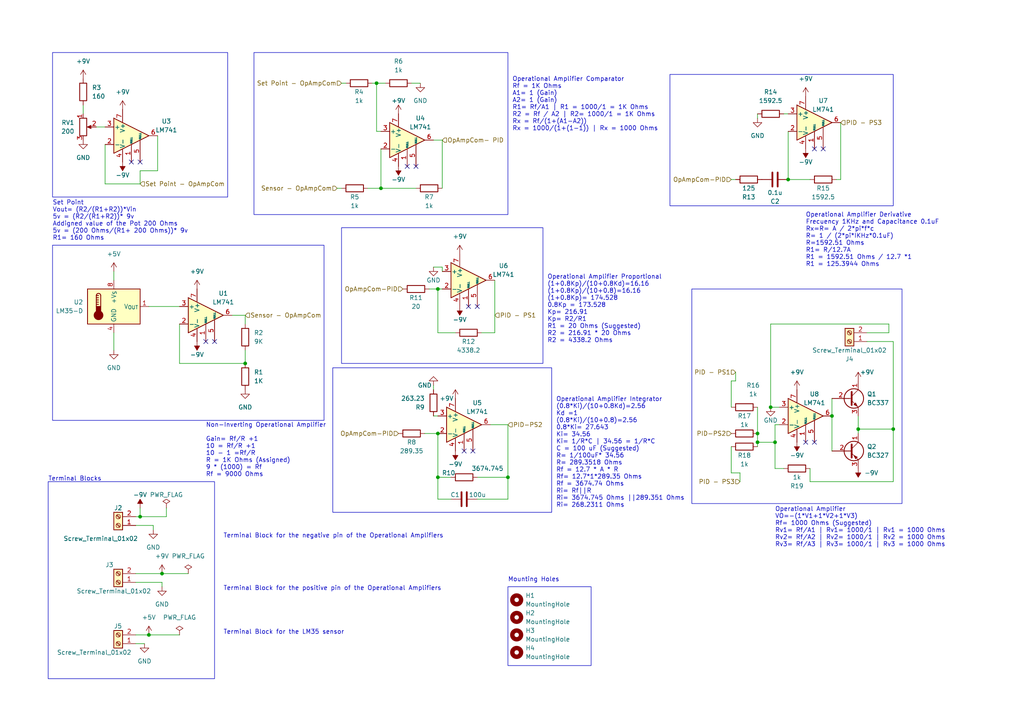
<source format=kicad_sch>
(kicad_sch (version 20230121) (generator eeschema)

  (uuid fb61c0d9-abf1-40b9-ae45-88ab2addafee)

  (paper "A4")

  (title_block
    (title "Op Amp")
    (date "2024-01-12")
    (rev "V 1.0")
    (company "Ricardo Ugalde")
  )

  (lib_symbols
    (symbol "Amplifier_Operational:LM741" (pin_names (offset 0.127)) (in_bom yes) (on_board yes)
      (property "Reference" "U" (at 0 6.35 0)
        (effects (font (size 1.27 1.27)) (justify left))
      )
      (property "Value" "LM741" (at 0 3.81 0)
        (effects (font (size 1.27 1.27)) (justify left))
      )
      (property "Footprint" "" (at 1.27 1.27 0)
        (effects (font (size 1.27 1.27)) hide)
      )
      (property "Datasheet" "http://www.ti.com/lit/ds/symlink/lm741.pdf" (at 3.81 3.81 0)
        (effects (font (size 1.27 1.27)) hide)
      )
      (property "ki_keywords" "single opamp" (at 0 0 0)
        (effects (font (size 1.27 1.27)) hide)
      )
      (property "ki_description" "Operational Amplifier, DIP-8/TO-99-8" (at 0 0 0)
        (effects (font (size 1.27 1.27)) hide)
      )
      (property "ki_fp_filters" "SOIC*3.9x4.9mm*P1.27mm* DIP*W7.62mm* TSSOP*3x3mm*P0.65mm*" (at 0 0 0)
        (effects (font (size 1.27 1.27)) hide)
      )
      (symbol "LM741_0_1"
        (polyline
          (pts
            (xy -5.08 5.08)
            (xy 5.08 0)
            (xy -5.08 -5.08)
            (xy -5.08 5.08)
          )
          (stroke (width 0.254) (type default))
          (fill (type background))
        )
      )
      (symbol "LM741_1_1"
        (pin input line (at 0 -7.62 90) (length 5.08)
          (name "NULL" (effects (font (size 0.508 0.508))))
          (number "1" (effects (font (size 1.27 1.27))))
        )
        (pin input line (at -7.62 -2.54 0) (length 2.54)
          (name "-" (effects (font (size 1.27 1.27))))
          (number "2" (effects (font (size 1.27 1.27))))
        )
        (pin input line (at -7.62 2.54 0) (length 2.54)
          (name "+" (effects (font (size 1.27 1.27))))
          (number "3" (effects (font (size 1.27 1.27))))
        )
        (pin power_in line (at -2.54 -7.62 90) (length 3.81)
          (name "V-" (effects (font (size 1.27 1.27))))
          (number "4" (effects (font (size 1.27 1.27))))
        )
        (pin input line (at 2.54 -7.62 90) (length 6.35)
          (name "NULL" (effects (font (size 0.508 0.508))))
          (number "5" (effects (font (size 1.27 1.27))))
        )
        (pin output line (at 7.62 0 180) (length 2.54)
          (name "~" (effects (font (size 1.27 1.27))))
          (number "6" (effects (font (size 1.27 1.27))))
        )
        (pin power_in line (at -2.54 7.62 270) (length 3.81)
          (name "V+" (effects (font (size 1.27 1.27))))
          (number "7" (effects (font (size 1.27 1.27))))
        )
        (pin no_connect line (at 0 2.54 270) (length 2.54) hide
          (name "NC" (effects (font (size 1.27 1.27))))
          (number "8" (effects (font (size 1.27 1.27))))
        )
      )
    )
    (symbol "Connector:Screw_Terminal_01x02" (pin_names (offset 1.016) hide) (in_bom yes) (on_board yes)
      (property "Reference" "J" (at 0 2.54 0)
        (effects (font (size 1.27 1.27)))
      )
      (property "Value" "Screw_Terminal_01x02" (at 0 -5.08 0)
        (effects (font (size 1.27 1.27)))
      )
      (property "Footprint" "" (at 0 0 0)
        (effects (font (size 1.27 1.27)) hide)
      )
      (property "Datasheet" "~" (at 0 0 0)
        (effects (font (size 1.27 1.27)) hide)
      )
      (property "ki_keywords" "screw terminal" (at 0 0 0)
        (effects (font (size 1.27 1.27)) hide)
      )
      (property "ki_description" "Generic screw terminal, single row, 01x02, script generated (kicad-library-utils/schlib/autogen/connector/)" (at 0 0 0)
        (effects (font (size 1.27 1.27)) hide)
      )
      (property "ki_fp_filters" "TerminalBlock*:*" (at 0 0 0)
        (effects (font (size 1.27 1.27)) hide)
      )
      (symbol "Screw_Terminal_01x02_1_1"
        (rectangle (start -1.27 1.27) (end 1.27 -3.81)
          (stroke (width 0.254) (type default))
          (fill (type background))
        )
        (circle (center 0 -2.54) (radius 0.635)
          (stroke (width 0.1524) (type default))
          (fill (type none))
        )
        (polyline
          (pts
            (xy -0.5334 -2.2098)
            (xy 0.3302 -3.048)
          )
          (stroke (width 0.1524) (type default))
          (fill (type none))
        )
        (polyline
          (pts
            (xy -0.5334 0.3302)
            (xy 0.3302 -0.508)
          )
          (stroke (width 0.1524) (type default))
          (fill (type none))
        )
        (polyline
          (pts
            (xy -0.3556 -2.032)
            (xy 0.508 -2.8702)
          )
          (stroke (width 0.1524) (type default))
          (fill (type none))
        )
        (polyline
          (pts
            (xy -0.3556 0.508)
            (xy 0.508 -0.3302)
          )
          (stroke (width 0.1524) (type default))
          (fill (type none))
        )
        (circle (center 0 0) (radius 0.635)
          (stroke (width 0.1524) (type default))
          (fill (type none))
        )
        (pin passive line (at -5.08 0 0) (length 3.81)
          (name "Pin_1" (effects (font (size 1.27 1.27))))
          (number "1" (effects (font (size 1.27 1.27))))
        )
        (pin passive line (at -5.08 -2.54 0) (length 3.81)
          (name "Pin_2" (effects (font (size 1.27 1.27))))
          (number "2" (effects (font (size 1.27 1.27))))
        )
      )
    )
    (symbol "Device:C" (pin_numbers hide) (pin_names (offset 0.254)) (in_bom yes) (on_board yes)
      (property "Reference" "C" (at 0.635 2.54 0)
        (effects (font (size 1.27 1.27)) (justify left))
      )
      (property "Value" "C" (at 0.635 -2.54 0)
        (effects (font (size 1.27 1.27)) (justify left))
      )
      (property "Footprint" "" (at 0.9652 -3.81 0)
        (effects (font (size 1.27 1.27)) hide)
      )
      (property "Datasheet" "~" (at 0 0 0)
        (effects (font (size 1.27 1.27)) hide)
      )
      (property "ki_keywords" "cap capacitor" (at 0 0 0)
        (effects (font (size 1.27 1.27)) hide)
      )
      (property "ki_description" "Unpolarized capacitor" (at 0 0 0)
        (effects (font (size 1.27 1.27)) hide)
      )
      (property "ki_fp_filters" "C_*" (at 0 0 0)
        (effects (font (size 1.27 1.27)) hide)
      )
      (symbol "C_0_1"
        (polyline
          (pts
            (xy -2.032 -0.762)
            (xy 2.032 -0.762)
          )
          (stroke (width 0.508) (type default))
          (fill (type none))
        )
        (polyline
          (pts
            (xy -2.032 0.762)
            (xy 2.032 0.762)
          )
          (stroke (width 0.508) (type default))
          (fill (type none))
        )
      )
      (symbol "C_1_1"
        (pin passive line (at 0 3.81 270) (length 2.794)
          (name "~" (effects (font (size 1.27 1.27))))
          (number "1" (effects (font (size 1.27 1.27))))
        )
        (pin passive line (at 0 -3.81 90) (length 2.794)
          (name "~" (effects (font (size 1.27 1.27))))
          (number "2" (effects (font (size 1.27 1.27))))
        )
      )
    )
    (symbol "Device:R" (pin_numbers hide) (pin_names (offset 0)) (in_bom yes) (on_board yes)
      (property "Reference" "R" (at 2.032 0 90)
        (effects (font (size 1.27 1.27)))
      )
      (property "Value" "R" (at 0 0 90)
        (effects (font (size 1.27 1.27)))
      )
      (property "Footprint" "" (at -1.778 0 90)
        (effects (font (size 1.27 1.27)) hide)
      )
      (property "Datasheet" "~" (at 0 0 0)
        (effects (font (size 1.27 1.27)) hide)
      )
      (property "ki_keywords" "R res resistor" (at 0 0 0)
        (effects (font (size 1.27 1.27)) hide)
      )
      (property "ki_description" "Resistor" (at 0 0 0)
        (effects (font (size 1.27 1.27)) hide)
      )
      (property "ki_fp_filters" "R_*" (at 0 0 0)
        (effects (font (size 1.27 1.27)) hide)
      )
      (symbol "R_0_1"
        (rectangle (start -1.016 -2.54) (end 1.016 2.54)
          (stroke (width 0.254) (type default))
          (fill (type none))
        )
      )
      (symbol "R_1_1"
        (pin passive line (at 0 3.81 270) (length 1.27)
          (name "~" (effects (font (size 1.27 1.27))))
          (number "1" (effects (font (size 1.27 1.27))))
        )
        (pin passive line (at 0 -3.81 90) (length 1.27)
          (name "~" (effects (font (size 1.27 1.27))))
          (number "2" (effects (font (size 1.27 1.27))))
        )
      )
    )
    (symbol "Device:R_Potentiometer" (pin_names (offset 1.016) hide) (in_bom yes) (on_board yes)
      (property "Reference" "RV" (at -4.445 0 90)
        (effects (font (size 1.27 1.27)))
      )
      (property "Value" "R_Potentiometer" (at -2.54 0 90)
        (effects (font (size 1.27 1.27)))
      )
      (property "Footprint" "" (at 0 0 0)
        (effects (font (size 1.27 1.27)) hide)
      )
      (property "Datasheet" "~" (at 0 0 0)
        (effects (font (size 1.27 1.27)) hide)
      )
      (property "ki_keywords" "resistor variable" (at 0 0 0)
        (effects (font (size 1.27 1.27)) hide)
      )
      (property "ki_description" "Potentiometer" (at 0 0 0)
        (effects (font (size 1.27 1.27)) hide)
      )
      (property "ki_fp_filters" "Potentiometer*" (at 0 0 0)
        (effects (font (size 1.27 1.27)) hide)
      )
      (symbol "R_Potentiometer_0_1"
        (polyline
          (pts
            (xy 2.54 0)
            (xy 1.524 0)
          )
          (stroke (width 0) (type default))
          (fill (type none))
        )
        (polyline
          (pts
            (xy 1.143 0)
            (xy 2.286 0.508)
            (xy 2.286 -0.508)
            (xy 1.143 0)
          )
          (stroke (width 0) (type default))
          (fill (type outline))
        )
        (rectangle (start 1.016 2.54) (end -1.016 -2.54)
          (stroke (width 0.254) (type default))
          (fill (type none))
        )
      )
      (symbol "R_Potentiometer_1_1"
        (pin passive line (at 0 3.81 270) (length 1.27)
          (name "1" (effects (font (size 1.27 1.27))))
          (number "1" (effects (font (size 1.27 1.27))))
        )
        (pin passive line (at 3.81 0 180) (length 1.27)
          (name "2" (effects (font (size 1.27 1.27))))
          (number "2" (effects (font (size 1.27 1.27))))
        )
        (pin passive line (at 0 -3.81 90) (length 1.27)
          (name "3" (effects (font (size 1.27 1.27))))
          (number "3" (effects (font (size 1.27 1.27))))
        )
      )
    )
    (symbol "Mechanical:MountingHole" (pin_names (offset 1.016)) (in_bom yes) (on_board yes)
      (property "Reference" "H" (at 0 5.08 0)
        (effects (font (size 1.27 1.27)))
      )
      (property "Value" "MountingHole" (at 0 3.175 0)
        (effects (font (size 1.27 1.27)))
      )
      (property "Footprint" "" (at 0 0 0)
        (effects (font (size 1.27 1.27)) hide)
      )
      (property "Datasheet" "~" (at 0 0 0)
        (effects (font (size 1.27 1.27)) hide)
      )
      (property "ki_keywords" "mounting hole" (at 0 0 0)
        (effects (font (size 1.27 1.27)) hide)
      )
      (property "ki_description" "Mounting Hole without connection" (at 0 0 0)
        (effects (font (size 1.27 1.27)) hide)
      )
      (property "ki_fp_filters" "MountingHole*" (at 0 0 0)
        (effects (font (size 1.27 1.27)) hide)
      )
      (symbol "MountingHole_0_1"
        (circle (center 0 0) (radius 1.27)
          (stroke (width 1.27) (type default))
          (fill (type none))
        )
      )
    )
    (symbol "Sensor_Temperature:LM35-D" (in_bom yes) (on_board yes)
      (property "Reference" "U2" (at -8.89 1.27 0)
        (effects (font (size 1.27 1.27)) (justify right))
      )
      (property "Value" "LM35-D" (at -8.89 -1.27 0)
        (effects (font (size 1.27 1.27)) (justify right))
      )
      (property "Footprint" "Package_SO:SOIC-8_3.9x4.9mm_P1.27mm" (at 0 -10.16 0)
        (effects (font (size 1.27 1.27)) hide)
      )
      (property "Datasheet" "http://www.ti.com/lit/ds/symlink/lm35.pdf" (at 0 0 0)
        (effects (font (size 1.27 1.27)) hide)
      )
      (property "ki_keywords" "temperature sensor thermistor" (at 0 0 0)
        (effects (font (size 1.27 1.27)) hide)
      )
      (property "ki_description" "Precision centigrade temperature sensor, SOIC-8" (at 0 0 0)
        (effects (font (size 1.27 1.27)) hide)
      )
      (property "ki_fp_filters" "SOIC*" (at 0 0 0)
        (effects (font (size 1.27 1.27)) hide)
      )
      (symbol "LM35-D_0_1"
        (rectangle (start -7.62 5.08) (end 7.62 -5.08)
          (stroke (width 0.254) (type default))
          (fill (type background))
        )
        (circle (center -4.445 -2.54) (radius 1.27)
          (stroke (width 0.254) (type default))
          (fill (type outline))
        )
        (rectangle (start -3.81 -1.905) (end -5.08 0)
          (stroke (width 0.254) (type default))
          (fill (type outline))
        )
        (arc (start -3.81 3.175) (mid -4.445 3.8073) (end -5.08 3.175)
          (stroke (width 0.254) (type default))
          (fill (type none))
        )
        (polyline
          (pts
            (xy -5.08 0.635)
            (xy -4.445 0.635)
          )
          (stroke (width 0.254) (type default))
          (fill (type none))
        )
        (polyline
          (pts
            (xy -5.08 1.27)
            (xy -4.445 1.27)
          )
          (stroke (width 0.254) (type default))
          (fill (type none))
        )
        (polyline
          (pts
            (xy -5.08 1.905)
            (xy -4.445 1.905)
          )
          (stroke (width 0.254) (type default))
          (fill (type none))
        )
        (polyline
          (pts
            (xy -5.08 2.54)
            (xy -4.445 2.54)
          )
          (stroke (width 0.254) (type default))
          (fill (type none))
        )
        (polyline
          (pts
            (xy -5.08 3.175)
            (xy -5.08 0)
          )
          (stroke (width 0.254) (type default))
          (fill (type none))
        )
        (polyline
          (pts
            (xy -5.08 3.175)
            (xy -4.445 3.175)
          )
          (stroke (width 0.254) (type default))
          (fill (type none))
        )
        (polyline
          (pts
            (xy -3.81 3.175)
            (xy -3.81 0)
          )
          (stroke (width 0.254) (type default))
          (fill (type none))
        )
      )
      (symbol "LM35-D_1_1"
        (pin output line (at 10.16 0 180) (length 2.54)
          (name "V_{OUT}" (effects (font (size 1.27 1.27))))
          (number "1" (effects (font (size 1.27 1.27))))
        )
        (pin no_connect line (at -2.54 -5.08 90) (length 2.54) hide
          (name "NC" (effects (font (size 1.27 1.27))))
          (number "2" (effects (font (size 1.27 1.27))))
        )
        (pin no_connect line (at -2.54 5.08 270) (length 2.54) hide
          (name "NC" (effects (font (size 1.27 1.27))))
          (number "3" (effects (font (size 1.27 1.27))))
        )
        (pin power_out line (at 0 -7.62 90) (length 2.54)
          (name "GND" (effects (font (size 1.27 1.27))))
          (number "4" (effects (font (size 1.27 1.27))))
        )
        (pin no_connect line (at 2.54 -5.08 90) (length 2.54) hide
          (name "NC" (effects (font (size 1.27 1.27))))
          (number "5" (effects (font (size 1.27 1.27))))
        )
        (pin no_connect line (at 5.08 -5.08 90) (length 2.54) hide
          (name "NC" (effects (font (size 1.27 1.27))))
          (number "6" (effects (font (size 1.27 1.27))))
        )
        (pin no_connect line (at 7.62 2.54 180) (length 2.54) hide
          (name "NC" (effects (font (size 1.27 1.27))))
          (number "7" (effects (font (size 1.27 1.27))))
        )
        (pin power_in line (at 0 7.62 270) (length 2.54)
          (name "+V_{S}" (effects (font (size 1.27 1.27))))
          (number "8" (effects (font (size 1.27 1.27))))
        )
      )
    )
    (symbol "Transistor_BJT:BC327" (pin_names (offset 0) hide) (in_bom yes) (on_board yes)
      (property "Reference" "Q" (at 5.08 1.905 0)
        (effects (font (size 1.27 1.27)) (justify left))
      )
      (property "Value" "BC327" (at 5.08 0 0)
        (effects (font (size 1.27 1.27)) (justify left))
      )
      (property "Footprint" "Package_TO_SOT_THT:TO-92_Inline" (at 5.08 -1.905 0)
        (effects (font (size 1.27 1.27) italic) (justify left) hide)
      )
      (property "Datasheet" "http://www.onsemi.com/pub_link/Collateral/BC327-D.PDF" (at 0 0 0)
        (effects (font (size 1.27 1.27)) (justify left) hide)
      )
      (property "ki_keywords" "PNP Transistor" (at 0 0 0)
        (effects (font (size 1.27 1.27)) hide)
      )
      (property "ki_description" "0.8A Ic, 45V Vce, PNP Transistor, TO-92" (at 0 0 0)
        (effects (font (size 1.27 1.27)) hide)
      )
      (property "ki_fp_filters" "TO?92*" (at 0 0 0)
        (effects (font (size 1.27 1.27)) hide)
      )
      (symbol "BC327_0_1"
        (polyline
          (pts
            (xy 0.635 0.635)
            (xy 2.54 2.54)
          )
          (stroke (width 0) (type default))
          (fill (type none))
        )
        (polyline
          (pts
            (xy 0.635 -0.635)
            (xy 2.54 -2.54)
            (xy 2.54 -2.54)
          )
          (stroke (width 0) (type default))
          (fill (type none))
        )
        (polyline
          (pts
            (xy 0.635 1.905)
            (xy 0.635 -1.905)
            (xy 0.635 -1.905)
          )
          (stroke (width 0.508) (type default))
          (fill (type none))
        )
        (polyline
          (pts
            (xy 2.286 -1.778)
            (xy 1.778 -2.286)
            (xy 1.27 -1.27)
            (xy 2.286 -1.778)
            (xy 2.286 -1.778)
          )
          (stroke (width 0) (type default))
          (fill (type outline))
        )
        (circle (center 1.27 0) (radius 2.8194)
          (stroke (width 0.254) (type default))
          (fill (type none))
        )
      )
      (symbol "BC327_1_1"
        (pin passive line (at 2.54 5.08 270) (length 2.54)
          (name "C" (effects (font (size 1.27 1.27))))
          (number "1" (effects (font (size 1.27 1.27))))
        )
        (pin input line (at -5.08 0 0) (length 5.715)
          (name "B" (effects (font (size 1.27 1.27))))
          (number "2" (effects (font (size 1.27 1.27))))
        )
        (pin passive line (at 2.54 -5.08 90) (length 2.54)
          (name "E" (effects (font (size 1.27 1.27))))
          (number "3" (effects (font (size 1.27 1.27))))
        )
      )
    )
    (symbol "Transistor_BJT:BC337" (pin_names (offset 0) hide) (in_bom yes) (on_board yes)
      (property "Reference" "Q" (at 5.08 1.905 0)
        (effects (font (size 1.27 1.27)) (justify left))
      )
      (property "Value" "BC337" (at 5.08 0 0)
        (effects (font (size 1.27 1.27)) (justify left))
      )
      (property "Footprint" "Package_TO_SOT_THT:TO-92_Inline" (at 5.08 -1.905 0)
        (effects (font (size 1.27 1.27) italic) (justify left) hide)
      )
      (property "Datasheet" "https://diotec.com/tl_files/diotec/files/pdf/datasheets/bc337.pdf" (at 0 0 0)
        (effects (font (size 1.27 1.27)) (justify left) hide)
      )
      (property "ki_keywords" "NPN Transistor" (at 0 0 0)
        (effects (font (size 1.27 1.27)) hide)
      )
      (property "ki_description" "0.8A Ic, 45V Vce, NPN Transistor, TO-92" (at 0 0 0)
        (effects (font (size 1.27 1.27)) hide)
      )
      (property "ki_fp_filters" "TO?92*" (at 0 0 0)
        (effects (font (size 1.27 1.27)) hide)
      )
      (symbol "BC337_0_1"
        (polyline
          (pts
            (xy 0 0)
            (xy 0.635 0)
          )
          (stroke (width 0) (type default))
          (fill (type none))
        )
        (polyline
          (pts
            (xy 0.635 0.635)
            (xy 2.54 2.54)
          )
          (stroke (width 0) (type default))
          (fill (type none))
        )
        (polyline
          (pts
            (xy 0.635 -0.635)
            (xy 2.54 -2.54)
            (xy 2.54 -2.54)
          )
          (stroke (width 0) (type default))
          (fill (type none))
        )
        (polyline
          (pts
            (xy 0.635 1.905)
            (xy 0.635 -1.905)
            (xy 0.635 -1.905)
          )
          (stroke (width 0.508) (type default))
          (fill (type none))
        )
        (polyline
          (pts
            (xy 1.27 -1.778)
            (xy 1.778 -1.27)
            (xy 2.286 -2.286)
            (xy 1.27 -1.778)
            (xy 1.27 -1.778)
          )
          (stroke (width 0) (type default))
          (fill (type outline))
        )
        (circle (center 1.27 0) (radius 2.8194)
          (stroke (width 0.254) (type default))
          (fill (type none))
        )
      )
      (symbol "BC337_1_1"
        (pin passive line (at 2.54 5.08 270) (length 2.54)
          (name "C" (effects (font (size 1.27 1.27))))
          (number "1" (effects (font (size 1.27 1.27))))
        )
        (pin input line (at -5.08 0 0) (length 5.08)
          (name "B" (effects (font (size 1.27 1.27))))
          (number "2" (effects (font (size 1.27 1.27))))
        )
        (pin passive line (at 2.54 -5.08 90) (length 2.54)
          (name "E" (effects (font (size 1.27 1.27))))
          (number "3" (effects (font (size 1.27 1.27))))
        )
      )
    )
    (symbol "power:+5V" (power) (pin_names (offset 0)) (in_bom yes) (on_board yes)
      (property "Reference" "#PWR" (at 0 -3.81 0)
        (effects (font (size 1.27 1.27)) hide)
      )
      (property "Value" "+5V" (at 0 3.556 0)
        (effects (font (size 1.27 1.27)))
      )
      (property "Footprint" "" (at 0 0 0)
        (effects (font (size 1.27 1.27)) hide)
      )
      (property "Datasheet" "" (at 0 0 0)
        (effects (font (size 1.27 1.27)) hide)
      )
      (property "ki_keywords" "global power" (at 0 0 0)
        (effects (font (size 1.27 1.27)) hide)
      )
      (property "ki_description" "Power symbol creates a global label with name \"+5V\"" (at 0 0 0)
        (effects (font (size 1.27 1.27)) hide)
      )
      (symbol "+5V_0_1"
        (polyline
          (pts
            (xy -0.762 1.27)
            (xy 0 2.54)
          )
          (stroke (width 0) (type default))
          (fill (type none))
        )
        (polyline
          (pts
            (xy 0 0)
            (xy 0 2.54)
          )
          (stroke (width 0) (type default))
          (fill (type none))
        )
        (polyline
          (pts
            (xy 0 2.54)
            (xy 0.762 1.27)
          )
          (stroke (width 0) (type default))
          (fill (type none))
        )
      )
      (symbol "+5V_1_1"
        (pin power_in line (at 0 0 90) (length 0) hide
          (name "+5V" (effects (font (size 1.27 1.27))))
          (number "1" (effects (font (size 1.27 1.27))))
        )
      )
    )
    (symbol "power:+9V" (power) (pin_names (offset 0)) (in_bom yes) (on_board yes)
      (property "Reference" "#PWR" (at 0 -3.81 0)
        (effects (font (size 1.27 1.27)) hide)
      )
      (property "Value" "+9V" (at 0 3.556 0)
        (effects (font (size 1.27 1.27)))
      )
      (property "Footprint" "" (at 0 0 0)
        (effects (font (size 1.27 1.27)) hide)
      )
      (property "Datasheet" "" (at 0 0 0)
        (effects (font (size 1.27 1.27)) hide)
      )
      (property "ki_keywords" "global power" (at 0 0 0)
        (effects (font (size 1.27 1.27)) hide)
      )
      (property "ki_description" "Power symbol creates a global label with name \"+9V\"" (at 0 0 0)
        (effects (font (size 1.27 1.27)) hide)
      )
      (symbol "+9V_0_1"
        (polyline
          (pts
            (xy -0.762 1.27)
            (xy 0 2.54)
          )
          (stroke (width 0) (type default))
          (fill (type none))
        )
        (polyline
          (pts
            (xy 0 0)
            (xy 0 2.54)
          )
          (stroke (width 0) (type default))
          (fill (type none))
        )
        (polyline
          (pts
            (xy 0 2.54)
            (xy 0.762 1.27)
          )
          (stroke (width 0) (type default))
          (fill (type none))
        )
      )
      (symbol "+9V_1_1"
        (pin power_in line (at 0 0 90) (length 0) hide
          (name "+9V" (effects (font (size 1.27 1.27))))
          (number "1" (effects (font (size 1.27 1.27))))
        )
      )
    )
    (symbol "power:-9V" (power) (pin_names (offset 0)) (in_bom yes) (on_board yes)
      (property "Reference" "#PWR" (at 0 -3.175 0)
        (effects (font (size 1.27 1.27)) hide)
      )
      (property "Value" "-9V" (at 0 3.81 0)
        (effects (font (size 1.27 1.27)))
      )
      (property "Footprint" "" (at 0 0 0)
        (effects (font (size 1.27 1.27)) hide)
      )
      (property "Datasheet" "" (at 0 0 0)
        (effects (font (size 1.27 1.27)) hide)
      )
      (property "ki_keywords" "global power" (at 0 0 0)
        (effects (font (size 1.27 1.27)) hide)
      )
      (property "ki_description" "Power symbol creates a global label with name \"-9V\"" (at 0 0 0)
        (effects (font (size 1.27 1.27)) hide)
      )
      (symbol "-9V_0_1"
        (polyline
          (pts
            (xy 0 0)
            (xy 0 2.54)
          )
          (stroke (width 0) (type default))
          (fill (type none))
        )
        (polyline
          (pts
            (xy 0.762 1.27)
            (xy -0.762 1.27)
            (xy 0 2.54)
            (xy 0.762 1.27)
          )
          (stroke (width 0) (type default))
          (fill (type outline))
        )
      )
      (symbol "-9V_1_1"
        (pin power_in line (at 0 0 90) (length 0) hide
          (name "-9V" (effects (font (size 1.27 1.27))))
          (number "1" (effects (font (size 1.27 1.27))))
        )
      )
    )
    (symbol "power:GND" (power) (pin_names (offset 0)) (in_bom yes) (on_board yes)
      (property "Reference" "#PWR" (at 0 -6.35 0)
        (effects (font (size 1.27 1.27)) hide)
      )
      (property "Value" "GND" (at 0 -3.81 0)
        (effects (font (size 1.27 1.27)))
      )
      (property "Footprint" "" (at 0 0 0)
        (effects (font (size 1.27 1.27)) hide)
      )
      (property "Datasheet" "" (at 0 0 0)
        (effects (font (size 1.27 1.27)) hide)
      )
      (property "ki_keywords" "global power" (at 0 0 0)
        (effects (font (size 1.27 1.27)) hide)
      )
      (property "ki_description" "Power symbol creates a global label with name \"GND\" , ground" (at 0 0 0)
        (effects (font (size 1.27 1.27)) hide)
      )
      (symbol "GND_0_1"
        (polyline
          (pts
            (xy 0 0)
            (xy 0 -1.27)
            (xy 1.27 -1.27)
            (xy 0 -2.54)
            (xy -1.27 -1.27)
            (xy 0 -1.27)
          )
          (stroke (width 0) (type default))
          (fill (type none))
        )
      )
      (symbol "GND_1_1"
        (pin power_in line (at 0 0 270) (length 0) hide
          (name "GND" (effects (font (size 1.27 1.27))))
          (number "1" (effects (font (size 1.27 1.27))))
        )
      )
    )
    (symbol "power:PWR_FLAG" (power) (pin_numbers hide) (pin_names (offset 0) hide) (in_bom yes) (on_board yes)
      (property "Reference" "#FLG" (at 0 1.905 0)
        (effects (font (size 1.27 1.27)) hide)
      )
      (property "Value" "PWR_FLAG" (at 0 3.81 0)
        (effects (font (size 1.27 1.27)))
      )
      (property "Footprint" "" (at 0 0 0)
        (effects (font (size 1.27 1.27)) hide)
      )
      (property "Datasheet" "~" (at 0 0 0)
        (effects (font (size 1.27 1.27)) hide)
      )
      (property "ki_keywords" "flag power" (at 0 0 0)
        (effects (font (size 1.27 1.27)) hide)
      )
      (property "ki_description" "Special symbol for telling ERC where power comes from" (at 0 0 0)
        (effects (font (size 1.27 1.27)) hide)
      )
      (symbol "PWR_FLAG_0_0"
        (pin power_out line (at 0 0 90) (length 0)
          (name "pwr" (effects (font (size 1.27 1.27))))
          (number "1" (effects (font (size 1.27 1.27))))
        )
      )
      (symbol "PWR_FLAG_0_1"
        (polyline
          (pts
            (xy 0 0)
            (xy 0 1.27)
            (xy -1.016 1.905)
            (xy 0 2.54)
            (xy 1.016 1.905)
            (xy 0 1.27)
          )
          (stroke (width 0) (type default))
          (fill (type none))
        )
      )
    )
  )

  (junction (at 259.08 124.46) (diameter 0) (color 0 0 0 0)
    (uuid 07c73fc4-90bb-4325-a29d-e7ad2188dffb)
  )
  (junction (at 248.92 124.46) (diameter 0) (color 0 0 0 0)
    (uuid 2387dbec-b78f-4d49-9c6c-32600bd896d4)
  )
  (junction (at 224.79 128.27) (diameter 0) (color 0 0 0 0)
    (uuid 3b388f80-8af4-4fe0-b486-f46a96fb2980)
  )
  (junction (at 228.6 52.07) (diameter 0) (color 0 0 0 0)
    (uuid 51933f80-4db8-4d23-aeb9-dab3b67b73a7)
  )
  (junction (at 127 138.43) (diameter 0) (color 0 0 0 0)
    (uuid 54b47729-852c-4039-bf50-d58947079d49)
  )
  (junction (at 127 125.73) (diameter 0) (color 0 0 0 0)
    (uuid 60c18f7e-3496-446f-ac35-fa187eaeb557)
  )
  (junction (at 71.12 105.41) (diameter 0) (color 0 0 0 0)
    (uuid 6816404e-7e27-46bc-8c75-8ca2a72f04c5)
  )
  (junction (at 219.71 128.27) (diameter 0) (color 0 0 0 0)
    (uuid 696f204b-0de2-4e0a-8853-733e9a9c0c5a)
  )
  (junction (at 43.18 184.15) (diameter 0) (color 0 0 0 0)
    (uuid 885b26b2-51e5-4bc1-9314-ddb3085ff5dd)
  )
  (junction (at 223.52 118.11) (diameter 0) (color 0 0 0 0)
    (uuid aeb1556d-701b-4d8e-b1de-cfb902955369)
  )
  (junction (at 40.64 149.86) (diameter 0) (color 0 0 0 0)
    (uuid bb823d8f-c58c-42b8-84cf-b4ab46c99234)
  )
  (junction (at 219.71 125.73) (diameter 0) (color 0 0 0 0)
    (uuid c2c4d1cb-faad-4071-afc1-49a4392baf31)
  )
  (junction (at 147.32 138.43) (diameter 0) (color 0 0 0 0)
    (uuid ce0d4431-c1d5-4abe-b7ef-f8125c9de385)
  )
  (junction (at 46.99 166.37) (diameter 0) (color 0 0 0 0)
    (uuid d0c22aed-5f74-41b8-a82c-12302070631e)
  )
  (junction (at 109.22 24.13) (diameter 0) (color 0 0 0 0)
    (uuid d7caff20-9922-43c8-9eaa-b363a6ff0489)
  )
  (junction (at 127 83.82) (diameter 0) (color 0 0 0 0)
    (uuid e7ac31eb-3330-42be-b94f-06b81b376b89)
  )
  (junction (at 110.49 54.61) (diameter 0) (color 0 0 0 0)
    (uuid f035f2b4-77ac-40b8-b014-bd138bf109df)
  )
  (junction (at 241.3 120.65) (diameter 0) (color 0 0 0 0)
    (uuid fa294c33-5abe-49a4-975d-8a8bd3a32b7d)
  )

  (no_connect (at 38.1 46.99) (uuid 0fc314d3-dcf1-4c37-ae20-807bdbe1e724))
  (no_connect (at 233.68 128.27) (uuid 1293e6ed-3e27-4210-9cda-bcb2b52a0f87))
  (no_connect (at 135.89 88.9) (uuid 213d2046-8875-4453-a327-aabea7776271))
  (no_connect (at 236.22 128.27) (uuid 231c3be3-222e-4a79-98e0-0d2f0ea9bed0))
  (no_connect (at 62.23 99.06) (uuid 48ccda36-481a-4006-bc8a-3d466f9f2b13))
  (no_connect (at 59.69 99.06) (uuid 4fb22a67-7d85-4111-85c2-4ba445d805e0))
  (no_connect (at 138.43 88.9) (uuid 5460b6c2-0aa2-43bd-b7a6-8ce11da62cae))
  (no_connect (at 134.62 130.81) (uuid 6e962a35-311e-4b17-9880-21e13d0bbf3f))
  (no_connect (at 120.65 48.26) (uuid 91a0dbed-2e5f-4810-9d36-66265b65b64a))
  (no_connect (at 236.22 43.18) (uuid ad479702-cb8b-45f7-b341-0ed517f10d4a))
  (no_connect (at 118.11 48.26) (uuid b66a3a92-a4b4-466d-95da-f23da33117a0))
  (no_connect (at 40.64 46.99) (uuid cc5f1422-c15b-4be8-8512-59856168f256))
  (no_connect (at 137.16 130.81) (uuid e2d99839-49f9-44c3-a3cb-4a74e8147e9d))
  (no_connect (at 238.76 43.18) (uuid f2ca433b-54f9-4498-9762-243572706ce5))

  (wire (pts (xy 119.38 24.13) (xy 121.92 24.13))
    (stroke (width 0) (type default))
    (uuid 002b6771-e91c-4be9-8282-47b8ce63f43e)
  )
  (wire (pts (xy 110.49 54.61) (xy 120.65 54.61))
    (stroke (width 0) (type default))
    (uuid 01d6d5b4-d990-499c-acf9-ec678a4ea949)
  )
  (wire (pts (xy 43.18 184.15) (xy 52.07 184.15))
    (stroke (width 0) (type default))
    (uuid 062b5928-d85a-4b35-adf2-533951f7e720)
  )
  (wire (pts (xy 242.57 52.07) (xy 243.84 52.07))
    (stroke (width 0) (type default))
    (uuid 06941397-09e7-4959-956c-c94c470a9d1c)
  )
  (wire (pts (xy 30.48 53.34) (xy 40.64 53.34))
    (stroke (width 0) (type default))
    (uuid 06fac9a8-0b96-40e0-8b29-7f48216cbccb)
  )
  (wire (pts (xy 127 120.65) (xy 125.73 120.65))
    (stroke (width 0) (type default))
    (uuid 0bcca43d-e5b0-4d8e-9ffc-9dad98c316b8)
  )
  (wire (pts (xy 40.64 49.53) (xy 45.72 49.53))
    (stroke (width 0) (type default))
    (uuid 104496d5-d39d-4347-b9e7-5c09ab8cdf73)
  )
  (wire (pts (xy 128.27 54.61) (xy 128.27 40.64))
    (stroke (width 0) (type default))
    (uuid 1677d61b-bb05-49f5-9e88-0577582506c1)
  )
  (wire (pts (xy 251.46 96.52) (xy 257.81 96.52))
    (stroke (width 0) (type default))
    (uuid 188c39b8-a7fd-43b1-b1ee-d8b51bae85d8)
  )
  (wire (pts (xy 259.08 99.06) (xy 259.08 124.46))
    (stroke (width 0) (type default))
    (uuid 2007c77c-550e-4ea6-b928-9de656132880)
  )
  (wire (pts (xy 219.71 118.11) (xy 219.71 125.73))
    (stroke (width 0) (type default))
    (uuid 22f9ca77-cb7c-476b-a7b8-a1edaec662a7)
  )
  (wire (pts (xy 219.71 34.29) (xy 219.71 33.02))
    (stroke (width 0) (type default))
    (uuid 23b983ca-1e46-46d4-ab46-19c7d416006f)
  )
  (wire (pts (xy 40.64 147.32) (xy 40.64 149.86))
    (stroke (width 0) (type default))
    (uuid 2c6972d3-7cd9-46d6-bf00-9baad82d7f5e)
  )
  (wire (pts (xy 40.64 149.86) (xy 48.26 149.86))
    (stroke (width 0) (type default))
    (uuid 2cd44e27-df5a-4b87-84b4-f4ce012d0c87)
  )
  (wire (pts (xy 100.33 24.13) (xy 99.06 24.13))
    (stroke (width 0) (type default))
    (uuid 3106f448-b181-4ca9-8303-c8e823685d6c)
  )
  (wire (pts (xy 224.79 128.27) (xy 219.71 128.27))
    (stroke (width 0) (type default))
    (uuid 386c55c2-9ea6-44ea-9484-0b67f5f4c97d)
  )
  (wire (pts (xy 39.37 184.15) (xy 43.18 184.15))
    (stroke (width 0) (type default))
    (uuid 3a00a7cb-fb39-4b75-925d-305ff56d05e5)
  )
  (wire (pts (xy 128.27 77.47) (xy 125.73 77.47))
    (stroke (width 0) (type default))
    (uuid 3a2a28f5-35af-4485-8f81-912545a5d1bb)
  )
  (wire (pts (xy 123.19 125.73) (xy 127 125.73))
    (stroke (width 0) (type default))
    (uuid 3c86859b-3268-4420-b44a-381388817dff)
  )
  (wire (pts (xy 226.06 123.19) (xy 224.79 123.19))
    (stroke (width 0) (type default))
    (uuid 3cca1179-2400-4e2e-8749-1084c5b640e3)
  )
  (wire (pts (xy 110.49 54.61) (xy 106.68 54.61))
    (stroke (width 0) (type default))
    (uuid 3d49b489-c941-488d-9486-3d0cfe3480ed)
  )
  (wire (pts (xy 224.79 135.89) (xy 227.33 135.89))
    (stroke (width 0) (type default))
    (uuid 3e38faf3-cf4d-4b68-b2a4-89e37ed7f476)
  )
  (wire (pts (xy 248.92 124.46) (xy 259.08 124.46))
    (stroke (width 0) (type default))
    (uuid 3e9420c6-8363-4bbb-aeec-b24aa4428398)
  )
  (wire (pts (xy 147.32 123.19) (xy 142.24 123.19))
    (stroke (width 0) (type default))
    (uuid 3ec0bd61-6574-419e-aa52-4b1ba7221b97)
  )
  (wire (pts (xy 132.08 96.52) (xy 127 96.52))
    (stroke (width 0) (type default))
    (uuid 3eca6a41-3c55-4b03-930e-c70c477973e2)
  )
  (wire (pts (xy 107.95 24.13) (xy 109.22 24.13))
    (stroke (width 0) (type default))
    (uuid 418bbe06-8711-4c36-b5e0-eb56371c5a0c)
  )
  (wire (pts (xy 143.51 81.28) (xy 143.51 96.52))
    (stroke (width 0) (type default))
    (uuid 45a4bdef-ed1c-435a-8abc-caa3b7c14f6e)
  )
  (wire (pts (xy 130.81 144.78) (xy 127 144.78))
    (stroke (width 0) (type default))
    (uuid 4821124c-762b-4bd6-ba8f-9e2fd2ef374a)
  )
  (wire (pts (xy 127 138.43) (xy 130.81 138.43))
    (stroke (width 0) (type default))
    (uuid 4bf052c3-a757-439a-9b75-763caee324f7)
  )
  (wire (pts (xy 124.46 83.82) (xy 127 83.82))
    (stroke (width 0) (type default))
    (uuid 4ec71e15-5540-4ecd-8e12-830644e3d227)
  )
  (wire (pts (xy 71.12 101.6) (xy 71.12 105.41))
    (stroke (width 0) (type default))
    (uuid 51a48eb7-1b59-4da0-89fb-0883cdcd835e)
  )
  (wire (pts (xy 71.12 91.44) (xy 71.12 93.98))
    (stroke (width 0) (type default))
    (uuid 5ba9fbc7-601d-4c35-a46d-9b2046a88d40)
  )
  (wire (pts (xy 214.63 137.16) (xy 214.63 139.7))
    (stroke (width 0) (type default))
    (uuid 5f1ba818-d4b0-4e6a-92f8-dd5fc988f2f5)
  )
  (wire (pts (xy 224.79 128.27) (xy 224.79 135.89))
    (stroke (width 0) (type default))
    (uuid 60d064ef-7405-447a-9c1c-fafdd5bdd395)
  )
  (wire (pts (xy 127 125.73) (xy 127 138.43))
    (stroke (width 0) (type default))
    (uuid 62e36de6-e6c3-4b58-aee5-8e97ade01c1b)
  )
  (wire (pts (xy 52.07 93.98) (xy 52.07 105.41))
    (stroke (width 0) (type default))
    (uuid 659abdf2-f6bf-497c-98f9-c949542ff857)
  )
  (wire (pts (xy 223.52 118.11) (xy 226.06 118.11))
    (stroke (width 0) (type default))
    (uuid 66407a34-9f7b-4549-bcd8-01bdf7f10ee2)
  )
  (wire (pts (xy 257.81 93.98) (xy 223.52 93.98))
    (stroke (width 0) (type default))
    (uuid 69a776b6-081f-46b2-8c10-36483f2918c6)
  )
  (wire (pts (xy 109.22 24.13) (xy 111.76 24.13))
    (stroke (width 0) (type default))
    (uuid 6e279926-5ddf-4a3c-af01-469448025c32)
  )
  (wire (pts (xy 43.18 88.9) (xy 52.07 88.9))
    (stroke (width 0) (type default))
    (uuid 75d9f157-21b8-4ebb-bc76-0de826148170)
  )
  (wire (pts (xy 109.22 24.13) (xy 109.22 38.1))
    (stroke (width 0) (type default))
    (uuid 7c232ba3-326c-4b62-be01-6542825c9375)
  )
  (wire (pts (xy 212.09 110.49) (xy 212.09 118.11))
    (stroke (width 0) (type default))
    (uuid 7c67489b-ae39-4b05-a241-f88491b19ef0)
  )
  (wire (pts (xy 138.43 138.43) (xy 147.32 138.43))
    (stroke (width 0) (type default))
    (uuid 7eb8a5bf-7d2b-4de4-acb0-8939097e5351)
  )
  (wire (pts (xy 48.26 149.86) (xy 48.26 147.32))
    (stroke (width 0) (type default))
    (uuid 80ac97bd-f91c-4d36-b2e0-548e161b7d30)
  )
  (wire (pts (xy 39.37 152.4) (xy 44.45 152.4))
    (stroke (width 0) (type default))
    (uuid 818c0a30-fa0b-4a3d-9f67-1a21b8406f68)
  )
  (wire (pts (xy 128.27 40.64) (xy 125.73 40.64))
    (stroke (width 0) (type default))
    (uuid 82acbd61-224b-47a1-9734-2dc72dabab70)
  )
  (wire (pts (xy 40.64 49.53) (xy 40.64 53.34))
    (stroke (width 0) (type default))
    (uuid 860e8b4c-385c-414a-9b9a-7a32ce1f1de5)
  )
  (wire (pts (xy 213.36 110.49) (xy 212.09 110.49))
    (stroke (width 0) (type default))
    (uuid 88622a96-f4f3-4f35-9be7-59306e196565)
  )
  (wire (pts (xy 109.22 38.1) (xy 110.49 38.1))
    (stroke (width 0) (type default))
    (uuid 8a995ae3-515b-49a8-832e-39a6c894ad1a)
  )
  (wire (pts (xy 33.02 96.52) (xy 33.02 101.6))
    (stroke (width 0) (type default))
    (uuid 8af5a98c-187f-41b9-9d00-775523ef4664)
  )
  (wire (pts (xy 99.06 54.61) (xy 97.79 54.61))
    (stroke (width 0) (type default))
    (uuid 8ebcfc89-7fac-461a-acfb-dfd5d1769df3)
  )
  (wire (pts (xy 212.09 137.16) (xy 212.09 129.54))
    (stroke (width 0) (type default))
    (uuid 8fca5606-14be-4f4e-b514-0e77d43c00e8)
  )
  (wire (pts (xy 147.32 123.19) (xy 147.32 138.43))
    (stroke (width 0) (type default))
    (uuid 9036b570-ddb8-4989-9a57-7a1fb84f5fc5)
  )
  (wire (pts (xy 33.02 78.74) (xy 33.02 81.28))
    (stroke (width 0) (type default))
    (uuid 9205bc98-c712-450f-a386-19373dc0e861)
  )
  (wire (pts (xy 219.71 128.27) (xy 219.71 125.73))
    (stroke (width 0) (type default))
    (uuid 9449f062-2941-46dc-ac83-c362e5fb23fd)
  )
  (wire (pts (xy 125.73 113.03) (xy 125.73 111.76))
    (stroke (width 0) (type default))
    (uuid 96334726-04f2-4390-9e50-2d3dbabbf089)
  )
  (wire (pts (xy 39.37 168.91) (xy 46.99 168.91))
    (stroke (width 0) (type default))
    (uuid 96a665af-b980-45ef-a0ea-553e837c36a7)
  )
  (wire (pts (xy 224.79 128.27) (xy 224.79 123.19))
    (stroke (width 0) (type default))
    (uuid 97fccfd0-aa77-404f-a11d-7e5289e0ad9d)
  )
  (wire (pts (xy 45.72 49.53) (xy 45.72 39.37))
    (stroke (width 0) (type default))
    (uuid 990b4b4d-8316-4d68-9696-ad53e0633b18)
  )
  (wire (pts (xy 110.49 43.18) (xy 110.49 54.61))
    (stroke (width 0) (type default))
    (uuid 9c0f17fe-2656-474c-bffe-e0258a36e0ef)
  )
  (wire (pts (xy 251.46 99.06) (xy 259.08 99.06))
    (stroke (width 0) (type default))
    (uuid 9d81a2f7-8897-49b0-8538-78ae489e27c5)
  )
  (wire (pts (xy 52.07 105.41) (xy 71.12 105.41))
    (stroke (width 0) (type default))
    (uuid a063d06b-9911-4e1b-a07d-1c5df57c80f2)
  )
  (wire (pts (xy 127 83.82) (xy 128.27 83.82))
    (stroke (width 0) (type default))
    (uuid a181f885-5563-404f-a598-b517a6c19143)
  )
  (wire (pts (xy 219.71 129.54) (xy 219.71 128.27))
    (stroke (width 0) (type default))
    (uuid a5e37705-d722-4fae-8780-9cadb2847e0c)
  )
  (wire (pts (xy 46.99 166.37) (xy 54.61 166.37))
    (stroke (width 0) (type default))
    (uuid a5f5f63c-5c7b-4b07-9dd7-10ae9c5b6764)
  )
  (wire (pts (xy 223.52 93.98) (xy 223.52 118.11))
    (stroke (width 0) (type default))
    (uuid a7e4991b-8620-432c-94ba-32250e48c5ac)
  )
  (wire (pts (xy 234.95 139.7) (xy 234.95 135.89))
    (stroke (width 0) (type default))
    (uuid b0d4286d-e950-4313-af68-e9a62ced2c29)
  )
  (wire (pts (xy 138.43 144.78) (xy 147.32 144.78))
    (stroke (width 0) (type default))
    (uuid b588f184-42c0-4fc7-bfe8-bffba73f3a92)
  )
  (wire (pts (xy 147.32 138.43) (xy 147.32 144.78))
    (stroke (width 0) (type default))
    (uuid b6ea7015-4c61-414d-ad76-8bf3381013f9)
  )
  (wire (pts (xy 248.92 124.46) (xy 248.92 125.73))
    (stroke (width 0) (type default))
    (uuid badf34eb-a4ab-4226-a8e5-03d0a18e8cc1)
  )
  (wire (pts (xy 248.92 120.65) (xy 248.92 124.46))
    (stroke (width 0) (type default))
    (uuid c17df18d-aff4-4c40-a13c-1d7545729028)
  )
  (wire (pts (xy 27.94 36.83) (xy 30.48 36.83))
    (stroke (width 0) (type default))
    (uuid c4c1c2fc-45ce-4db8-ab70-7eaeea8a4360)
  )
  (wire (pts (xy 228.6 38.1) (xy 228.6 52.07))
    (stroke (width 0) (type default))
    (uuid c611a280-02d0-4a90-ae3a-ce2cd3237fa9)
  )
  (wire (pts (xy 259.08 139.7) (xy 259.08 124.46))
    (stroke (width 0) (type default))
    (uuid c958d1a0-2d89-4ae0-a114-40d2abcaac6b)
  )
  (wire (pts (xy 213.36 52.07) (xy 212.09 52.07))
    (stroke (width 0) (type default))
    (uuid c9af694e-5657-4a51-9973-3fa9ca1f729d)
  )
  (wire (pts (xy 257.81 96.52) (xy 257.81 93.98))
    (stroke (width 0) (type default))
    (uuid c9bf8ff0-8f9d-406a-bd3f-a53b9838b941)
  )
  (wire (pts (xy 39.37 186.69) (xy 41.91 186.69))
    (stroke (width 0) (type default))
    (uuid ca1450fe-0cfe-48de-8a3d-ca4ab2faab4f)
  )
  (wire (pts (xy 227.33 33.02) (xy 228.6 33.02))
    (stroke (width 0) (type default))
    (uuid ce47dd0c-a90b-4e23-a9d7-933a9841a68d)
  )
  (wire (pts (xy 24.13 30.48) (xy 24.13 33.02))
    (stroke (width 0) (type default))
    (uuid ceac4825-06ae-44ac-a9ff-798f759a9f39)
  )
  (wire (pts (xy 39.37 166.37) (xy 46.99 166.37))
    (stroke (width 0) (type default))
    (uuid d37d9ca1-bada-45b9-9759-816f0a96e27c)
  )
  (wire (pts (xy 243.84 52.07) (xy 243.84 35.56))
    (stroke (width 0) (type default))
    (uuid d5db7bd2-21f0-4dec-8f05-4c570582f07a)
  )
  (wire (pts (xy 228.6 52.07) (xy 234.95 52.07))
    (stroke (width 0) (type default))
    (uuid d5e6cd5d-40cc-4f0e-8a6c-889d629aedbc)
  )
  (wire (pts (xy 128.27 78.74) (xy 128.27 77.47))
    (stroke (width 0) (type default))
    (uuid db018ada-ef1b-40b6-9b0e-b91adff81785)
  )
  (wire (pts (xy 241.3 115.57) (xy 241.3 120.65))
    (stroke (width 0) (type default))
    (uuid dd1f23b9-733b-4951-a53a-1e7110c186c2)
  )
  (wire (pts (xy 67.31 91.44) (xy 71.12 91.44))
    (stroke (width 0) (type default))
    (uuid e1638778-9351-462c-bf4f-51eb91aa66b7)
  )
  (wire (pts (xy 46.99 168.91) (xy 46.99 170.18))
    (stroke (width 0) (type default))
    (uuid e4894e1d-e1ec-435b-aade-638c11bfe496)
  )
  (wire (pts (xy 213.36 107.95) (xy 213.36 110.49))
    (stroke (width 0) (type default))
    (uuid e6569bc1-16d5-4481-98b0-3030b835a95f)
  )
  (wire (pts (xy 44.45 152.4) (xy 44.45 153.67))
    (stroke (width 0) (type default))
    (uuid e81a09da-7ecb-48ab-bb14-86077ba25fcc)
  )
  (wire (pts (xy 139.7 96.52) (xy 143.51 96.52))
    (stroke (width 0) (type default))
    (uuid ee7e29de-1ecc-4934-a178-629f8132a0f2)
  )
  (wire (pts (xy 127 83.82) (xy 127 96.52))
    (stroke (width 0) (type default))
    (uuid ef8d18f4-a506-43fc-b480-0b4fc5ba988d)
  )
  (wire (pts (xy 30.48 41.91) (xy 30.48 53.34))
    (stroke (width 0) (type default))
    (uuid f3dc7d15-ec26-4285-84f7-53881106cf94)
  )
  (wire (pts (xy 39.37 149.86) (xy 40.64 149.86))
    (stroke (width 0) (type default))
    (uuid f68e52a8-6c4b-4461-8396-b1a2bedb6f60)
  )
  (wire (pts (xy 234.95 139.7) (xy 259.08 139.7))
    (stroke (width 0) (type default))
    (uuid f849c6c6-232f-4ee1-ade6-2d27b66da4d3)
  )
  (wire (pts (xy 241.3 120.65) (xy 241.3 130.81))
    (stroke (width 0) (type default))
    (uuid f92f252d-03a2-4800-8a6b-695efc92aaf8)
  )
  (wire (pts (xy 214.63 137.16) (xy 212.09 137.16))
    (stroke (width 0) (type default))
    (uuid fd879d95-d607-4c4a-9cf7-f8dff2694881)
  )
  (wire (pts (xy 127 138.43) (xy 127 144.78))
    (stroke (width 0) (type default))
    (uuid ff133a25-dfc3-4f61-aa66-6c8c0d741bf2)
  )

  (rectangle (start 15.24 15.24) (end 66.04 57.15)
    (stroke (width 0) (type default))
    (fill (type none))
    (uuid 06e1fa5f-6ea6-4154-a9e3-88890cc52e47)
  )
  (rectangle (start 96.52 106.68) (end 160.02 148.59)
    (stroke (width 0) (type default))
    (fill (type none))
    (uuid 4682d76d-18b0-4e59-8fae-929152b7d486)
  )
  (rectangle (start 13.97 139.7) (end 62.23 196.85)
    (stroke (width 0) (type default))
    (fill (type none))
    (uuid 4a44b63e-5bac-417e-8746-240a08ada524)
  )
  (rectangle (start 200.66 83.82) (end 261.62 146.05)
    (stroke (width 0) (type default))
    (fill (type none))
    (uuid 55ae7afd-47ae-4f3f-9a5c-0cd240a79f22)
  )
  (rectangle (start 147.32 170.18) (end 171.45 193.04)
    (stroke (width 0) (type default))
    (fill (type none))
    (uuid 59183da9-9104-445b-a0ea-12d8719007f3)
  )
  (rectangle (start 194.31 21.59) (end 259.08 59.69)
    (stroke (width 0) (type default))
    (fill (type none))
    (uuid 6a0acef6-3510-417f-8126-0493fd0cf271)
  )
  (rectangle (start 73.66 15.24) (end 147.32 62.23)
    (stroke (width 0) (type default))
    (fill (type none))
    (uuid 6b95f421-0d50-446a-873b-0307ed211119)
  )
  (rectangle (start 15.24 71.12) (end 93.98 121.92)
    (stroke (width 0) (type default))
    (fill (type none))
    (uuid 7304cd68-407f-4323-bc63-ba1d69ae69ef)
  )
  (rectangle (start 99.06 66.04) (end 157.48 105.41)
    (stroke (width 0) (type default))
    (fill (type none))
    (uuid dc43b530-eba5-463b-bc8d-0272b8081324)
  )

  (text "Operational Amplifier Comparator\nRf = 1K Ohms \nA1= 1 (Gain)\nA2= 1 (Gain)\nR1= Rf/A1 | R1 = 1000/1 = 1K Ohms\nR2 = Rf / A2 | R2= 1000/1 = 1K Ohms\nRx = Rf/(1+(A1-A2))\nRx = 1000/(1+(1-1)) | Rx = 1000 Ohms"
    (at 148.59 38.1 0)
    (effects (font (size 1.27 1.27)) (justify left bottom))
    (uuid 0406d17a-d752-47b4-9933-cceea52a301d)
  )
  (text "Operational Amplifier \nVO=-(1*V1+1*V2+1*V3)\nRf= 1000 Ohms (Suggested)\nRv1= Rf/A1 | Rv1= 1000/1 | Rv1 = 1000 Ohms\nRv2= Rf/A2 | Rv2= 1000/1 | Rv2 = 1000 Ohms\nRv3= Rf/A3 | Rv3= 1000/1 | Rv3 = 1000 Ohms"
    (at 224.79 158.75 0)
    (effects (font (size 1.27 1.27)) (justify left bottom))
    (uuid 3b260dc7-341d-46b3-95b1-fceff77ebd73)
  )
  (text "Terminal Block for the negative pin of the Operational Amplifiers"
    (at 64.77 156.21 0)
    (effects (font (size 1.27 1.27)) (justify left bottom))
    (uuid 4f1275cd-e6a4-4745-8926-63def02720d4)
  )
  (text "Operational Amplifier Derivative\nFrecuency 1KHz and Capacitance 0.1uF\nRx=R= A / 2*pi*f*c\nR= 1 / (2*pi*IKHz*0.1uF)\nR=1592.51 Ohms\nR1= R/12.7A\nR1 = 1592.51 Ohms / 12.7 *1\nR1 = 125.3944 Ohms"
    (at 233.68 77.47 0)
    (effects (font (size 1.27 1.27)) (justify left bottom))
    (uuid 5222d8e4-ebe5-4ab5-9901-b2c7260ed115)
  )
  (text "Operational Amplifier Integrator\n(0.8*Ki)/(10+0.8Kd)=2.56\nKd =1\n(0.8*Ki)/(10+0.8)=2.56 \n0.8*Ki= 27.643\nKi= 34.56\nKi= 1/R*C | 34.56 = 1/R*C\nC = 100 uF (Suggested)\nR= 1/100uF* 34.56\nR= 289.3518 Ohms\nRf = 12.7 * A * R\nRf= 12.7*1*289.35 Ohms\nRf = 3674.74 Ohms\nRi= Rf||R\nRi= 3674.745 Ohms ||289.351 Ohms\nRi= 268.2311 Ohms\n"
    (at 161.29 147.32 0)
    (effects (font (size 1.27 1.27)) (justify left bottom))
    (uuid 5bb7e65f-ea73-4a18-84c9-13d06dbf99a3)
  )
  (text "Non-Inverting Operational Amplifier\n\nGain= Rf/R +1 \n10 = Rf/R +1\n10 - 1 =Rf/R\nR = 1K Ohms (Assigned)\n9 * (1000) = Rf\nRf = 9000 Ohms"
    (at 59.69 138.43 0)
    (effects (font (size 1.27 1.27)) (justify left bottom))
    (uuid 72ff9978-910c-4e9e-abe9-d3ee08b3c4c5)
  )
  (text "Operational Amplifier Proportional\n(1+0.8Kp)/(10+0.8Kd)=16.16\n(1+0.8Kp)/(10+0.8)=16.16\n(1+0.8Kp)= 174.528\n0.8Kp = 173.528\nKp= 216.91\nKp= R2/R1\nR1 = 20 Ohms (Suggested)\nR2 = 216.91 * 20 Ohms\nR2 = 4338.2 Ohms\n\n"
    (at 158.75 101.6 0)
    (effects (font (size 1.27 1.27)) (justify left bottom))
    (uuid 9f789db7-6ed0-46dd-bb4e-1a02a1e0283a)
  )
  (text "Terminal Blocks" (at 13.97 139.7 0)
    (effects (font (size 1.27 1.27)) (justify left bottom))
    (uuid a78335d9-ce78-4dce-a3b1-a084068e980a)
  )
  (text "Set Point\nVout= (R2/(R1+R2))*Vin\n5v = (R2/(R1+R2))* 9v\nAddigned value of the Pot 200 Ohms\n5v = (200 Ohms/(R1+ 200 Ohms))* 9v\nR1= 160 Ohms"
    (at 15.24 69.85 0)
    (effects (font (size 1.27 1.27)) (justify left bottom))
    (uuid c8e40287-e6cb-4c75-b2a0-20c8ece4e126)
  )
  (text "Mounting Holes" (at 147.32 168.91 0)
    (effects (font (size 1.27 1.27)) (justify left bottom))
    (uuid dc0acaa9-43a7-48bc-8d5b-24934cd76f47)
  )
  (text "Terminal Block for the LM35 sensor" (at 64.77 184.15 0)
    (effects (font (size 1.27 1.27)) (justify left bottom))
    (uuid e872c743-e16f-488a-a035-944e101c07d1)
  )
  (text "Terminal Block for the positive pin of the Operational Amplifiers"
    (at 64.77 171.45 0)
    (effects (font (size 1.27 1.27)) (justify left bottom))
    (uuid f9a31342-e7ba-4515-87c1-d6b5a9185ce7)
  )

  (hierarchical_label "PID - PS3" (shape input) (at 214.63 139.7 180) (fields_autoplaced)
    (effects (font (size 1.27 1.27)) (justify right))
    (uuid 0329692b-a281-4853-aea2-e798a3f16c93)
  )
  (hierarchical_label "OpAmpCom-PID" (shape input) (at 116.84 83.82 180) (fields_autoplaced)
    (effects (font (size 1.27 1.27)) (justify right))
    (uuid 263a5f90-2c8c-4d05-9b35-2e6667d79f85)
  )
  (hierarchical_label "PID-PS2" (shape input) (at 212.09 125.73 180) (fields_autoplaced)
    (effects (font (size 1.27 1.27)) (justify right))
    (uuid 32fbd16d-fe00-4af7-8ada-399630dcc0fb)
  )
  (hierarchical_label "Sensor - OpAmpCom" (shape input) (at 97.79 54.61 180) (fields_autoplaced)
    (effects (font (size 1.27 1.27)) (justify right))
    (uuid 401babf3-4a28-4aeb-b576-9a0024b1f3ec)
  )
  (hierarchical_label "Sensor - OpAmpCom" (shape input) (at 71.12 91.44 0) (fields_autoplaced)
    (effects (font (size 1.27 1.27)) (justify left))
    (uuid 45cf398c-86eb-4fe2-92ab-8e312614d493)
  )
  (hierarchical_label "OpAmpCom-PID" (shape input) (at 115.57 125.73 180) (fields_autoplaced)
    (effects (font (size 1.27 1.27)) (justify right))
    (uuid 5460b5d3-ca63-4115-9808-db123e681f22)
  )
  (hierarchical_label "PID - PS1" (shape input) (at 143.51 91.44 0) (fields_autoplaced)
    (effects (font (size 1.27 1.27)) (justify left))
    (uuid 56a94ca4-7837-4064-9ca0-cd0b7907b3ff)
  )
  (hierarchical_label "Set Point - OpAmpCom" (shape input) (at 99.06 24.13 180) (fields_autoplaced)
    (effects (font (size 1.27 1.27)) (justify right))
    (uuid 79fed260-3bc4-4319-839d-d3fdcfe81f98)
  )
  (hierarchical_label "OpAmpCom-PID" (shape input) (at 212.09 52.07 180) (fields_autoplaced)
    (effects (font (size 1.27 1.27)) (justify right))
    (uuid a2516d79-bcbc-408a-8b07-0d5cad8b8040)
  )
  (hierarchical_label "PID-PS2" (shape input) (at 147.32 123.19 0) (fields_autoplaced)
    (effects (font (size 1.27 1.27)) (justify left))
    (uuid ba9058fe-ab88-48a2-9952-eac0895b412c)
  )
  (hierarchical_label "OpAmpCom- PID" (shape input) (at 128.27 40.64 0) (fields_autoplaced)
    (effects (font (size 1.27 1.27)) (justify left))
    (uuid bb4178b2-c088-4fe1-ac83-2320260f9635)
  )
  (hierarchical_label "Set Point - OpAmpCom" (shape input) (at 40.64 53.34 0) (fields_autoplaced)
    (effects (font (size 1.27 1.27)) (justify left))
    (uuid c66e5c96-a039-494d-856a-cc448d3a345c)
  )
  (hierarchical_label "PID - PS1" (shape input) (at 213.36 107.95 180) (fields_autoplaced)
    (effects (font (size 1.27 1.27)) (justify right))
    (uuid e16fd7c9-0811-4e00-8c57-48b82de0e3e9)
  )
  (hierarchical_label "PID - PS3" (shape input) (at 243.84 35.56 0) (fields_autoplaced)
    (effects (font (size 1.27 1.27)) (justify left))
    (uuid fe322c3d-1a16-4951-bd11-15a959d0ec61)
  )

  (symbol (lib_id "power:+9V") (at 57.15 83.82 0) (unit 1)
    (in_bom yes) (on_board yes) (dnp no) (fields_autoplaced)
    (uuid 0045139e-4689-43cc-b3f9-f2e549ac9fbf)
    (property "Reference" "#PWR03" (at 57.15 87.63 0)
      (effects (font (size 1.27 1.27)) hide)
    )
    (property "Value" "+9V" (at 57.15 78.74 0)
      (effects (font (size 1.27 1.27)))
    )
    (property "Footprint" "" (at 57.15 83.82 0)
      (effects (font (size 1.27 1.27)) hide)
    )
    (property "Datasheet" "" (at 57.15 83.82 0)
      (effects (font (size 1.27 1.27)) hide)
    )
    (pin "1" (uuid 2f6e31c6-a0f2-4a5c-aba9-5ff379aa0b58))
    (instances
      (project "OpAmp"
        (path "/fb61c0d9-abf1-40b9-ae45-88ab2addafee"
          (reference "#PWR03") (unit 1)
        )
      )
    )
  )

  (symbol (lib_id "power:-9V") (at 40.64 147.32 0) (unit 1)
    (in_bom yes) (on_board yes) (dnp no)
    (uuid 00afdafd-fcb3-40dc-a8e0-a7a709702925)
    (property "Reference" "#PWR027" (at 40.64 150.495 0)
      (effects (font (size 1.27 1.27)) hide)
    )
    (property "Value" "-9V" (at 40.64 143.51 0)
      (effects (font (size 1.27 1.27)))
    )
    (property "Footprint" "" (at 40.64 147.32 0)
      (effects (font (size 1.27 1.27)) hide)
    )
    (property "Datasheet" "" (at 40.64 147.32 0)
      (effects (font (size 1.27 1.27)) hide)
    )
    (pin "1" (uuid 9299cd89-f920-4856-aaf7-68c8d68a0809))
    (instances
      (project "OpAmp"
        (path "/fb61c0d9-abf1-40b9-ae45-88ab2addafee"
          (reference "#PWR027") (unit 1)
        )
      )
    )
  )

  (symbol (lib_id "power:+9V") (at 248.92 110.49 0) (unit 1)
    (in_bom yes) (on_board yes) (dnp no)
    (uuid 03a6056b-d194-455b-a261-fd213adda7e2)
    (property "Reference" "#PWR025" (at 248.92 114.3 0)
      (effects (font (size 1.27 1.27)) hide)
    )
    (property "Value" "+9V" (at 251.46 107.95 0)
      (effects (font (size 1.27 1.27)))
    )
    (property "Footprint" "" (at 248.92 110.49 0)
      (effects (font (size 1.27 1.27)) hide)
    )
    (property "Datasheet" "" (at 248.92 110.49 0)
      (effects (font (size 1.27 1.27)) hide)
    )
    (pin "1" (uuid a4aa29a0-6834-4315-bc32-9a28818d54d0))
    (instances
      (project "OpAmp"
        (path "/fb61c0d9-abf1-40b9-ae45-88ab2addafee"
          (reference "#PWR025") (unit 1)
        )
      )
    )
  )

  (symbol (lib_id "power:GND") (at 223.52 118.11 0) (unit 1)
    (in_bom yes) (on_board yes) (dnp no)
    (uuid 0741aa3e-f849-4f11-a401-71ec08599bf5)
    (property "Reference" "#PWR024" (at 223.52 124.46 0)
      (effects (font (size 1.27 1.27)) hide)
    )
    (property "Value" "GND" (at 223.52 121.92 0)
      (effects (font (size 1.27 1.27)))
    )
    (property "Footprint" "" (at 223.52 118.11 0)
      (effects (font (size 1.27 1.27)) hide)
    )
    (property "Datasheet" "" (at 223.52 118.11 0)
      (effects (font (size 1.27 1.27)) hide)
    )
    (pin "1" (uuid 064d67ac-185d-472f-b8c7-5f90460773ba))
    (instances
      (project "OpAmp"
        (path "/fb61c0d9-abf1-40b9-ae45-88ab2addafee"
          (reference "#PWR024") (unit 1)
        )
      )
    )
  )

  (symbol (lib_id "Device:R") (at 125.73 116.84 180) (unit 1)
    (in_bom yes) (on_board yes) (dnp no) (fields_autoplaced)
    (uuid 0ac600de-6db0-4bc8-8f51-cc8f45f079c8)
    (property "Reference" "R9" (at 123.19 118.11 0)
      (effects (font (size 1.27 1.27)) (justify left))
    )
    (property "Value" "263.23" (at 123.19 115.57 0)
      (effects (font (size 1.27 1.27)) (justify left))
    )
    (property "Footprint" "Resistor_SMD:R_1020_2550Metric" (at 127.508 116.84 90)
      (effects (font (size 1.27 1.27)) hide)
    )
    (property "Datasheet" "~" (at 125.73 116.84 0)
      (effects (font (size 1.27 1.27)) hide)
    )
    (pin "1" (uuid 899c276a-753a-4bba-a511-89b9ab98d44d))
    (pin "2" (uuid c7f328e8-f8fd-462c-b860-61092c8ecf26))
    (instances
      (project "OpAmp"
        (path "/fb61c0d9-abf1-40b9-ae45-88ab2addafee"
          (reference "R9") (unit 1)
        )
      )
    )
  )

  (symbol (lib_id "power:GND") (at 125.73 111.76 180) (unit 1)
    (in_bom yes) (on_board yes) (dnp no)
    (uuid 11938639-9da5-4c00-b75c-f88b0807c591)
    (property "Reference" "#PWR013" (at 125.73 105.41 0)
      (effects (font (size 1.27 1.27)) hide)
    )
    (property "Value" "GND" (at 123.19 111.76 0)
      (effects (font (size 1.27 1.27)))
    )
    (property "Footprint" "" (at 125.73 111.76 0)
      (effects (font (size 1.27 1.27)) hide)
    )
    (property "Datasheet" "" (at 125.73 111.76 0)
      (effects (font (size 1.27 1.27)) hide)
    )
    (pin "1" (uuid 687b313b-3fbb-4d6b-acf4-a87e2a1cea0f))
    (instances
      (project "OpAmp"
        (path "/fb61c0d9-abf1-40b9-ae45-88ab2addafee"
          (reference "#PWR013") (unit 1)
        )
      )
    )
  )

  (symbol (lib_id "power:-9V") (at 231.14 128.27 180) (unit 1)
    (in_bom yes) (on_board yes) (dnp no)
    (uuid 1259a7cd-54df-4620-9d13-02410ff9fc2e)
    (property "Reference" "#PWR023" (at 231.14 125.095 0)
      (effects (font (size 1.27 1.27)) hide)
    )
    (property "Value" "-9V" (at 231.14 132.08 0)
      (effects (font (size 1.27 1.27)))
    )
    (property "Footprint" "" (at 231.14 128.27 0)
      (effects (font (size 1.27 1.27)) hide)
    )
    (property "Datasheet" "" (at 231.14 128.27 0)
      (effects (font (size 1.27 1.27)) hide)
    )
    (pin "1" (uuid 8d1132d6-7fe6-406e-afc1-6c8a53e96348))
    (instances
      (project "OpAmp"
        (path "/fb61c0d9-abf1-40b9-ae45-88ab2addafee"
          (reference "#PWR023") (unit 1)
        )
      )
    )
  )

  (symbol (lib_id "power:-9V") (at 132.08 130.81 180) (unit 1)
    (in_bom yes) (on_board yes) (dnp no)
    (uuid 15414d1d-390d-4764-9ad1-7dc309bed454)
    (property "Reference" "#PWR021" (at 132.08 127.635 0)
      (effects (font (size 1.27 1.27)) hide)
    )
    (property "Value" "-9V" (at 132.08 134.62 0)
      (effects (font (size 1.27 1.27)))
    )
    (property "Footprint" "" (at 132.08 130.81 0)
      (effects (font (size 1.27 1.27)) hide)
    )
    (property "Datasheet" "" (at 132.08 130.81 0)
      (effects (font (size 1.27 1.27)) hide)
    )
    (pin "1" (uuid 90208a39-0024-4759-ab36-a12fa09e7b6b))
    (instances
      (project "OpAmp"
        (path "/fb61c0d9-abf1-40b9-ae45-88ab2addafee"
          (reference "#PWR021") (unit 1)
        )
      )
    )
  )

  (symbol (lib_id "Device:R") (at 102.87 54.61 90) (unit 1)
    (in_bom yes) (on_board yes) (dnp no)
    (uuid 161b8720-430a-4787-bd07-5b95f64d0a5d)
    (property "Reference" "R5" (at 102.87 57.15 90)
      (effects (font (size 1.27 1.27)))
    )
    (property "Value" "1k" (at 102.87 59.69 90)
      (effects (font (size 1.27 1.27)))
    )
    (property "Footprint" "Resistor_SMD:R_1020_2550Metric" (at 102.87 56.388 90)
      (effects (font (size 1.27 1.27)) hide)
    )
    (property "Datasheet" "~" (at 102.87 54.61 0)
      (effects (font (size 1.27 1.27)) hide)
    )
    (pin "1" (uuid 3dc7305b-04cd-4af6-80c7-fed9f16b3210))
    (pin "2" (uuid 7c06e6eb-945a-4315-ac3b-35ff425954b0))
    (instances
      (project "OpAmp"
        (path "/fb61c0d9-abf1-40b9-ae45-88ab2addafee"
          (reference "R5") (unit 1)
        )
      )
    )
  )

  (symbol (lib_id "power:GND") (at 44.45 153.67 0) (unit 1)
    (in_bom yes) (on_board yes) (dnp no) (fields_autoplaced)
    (uuid 1fcbcdad-361a-440a-b5dd-a6da46d62488)
    (property "Reference" "#PWR028" (at 44.45 160.02 0)
      (effects (font (size 1.27 1.27)) hide)
    )
    (property "Value" "GND" (at 44.45 158.75 0)
      (effects (font (size 1.27 1.27)))
    )
    (property "Footprint" "" (at 44.45 153.67 0)
      (effects (font (size 1.27 1.27)) hide)
    )
    (property "Datasheet" "" (at 44.45 153.67 0)
      (effects (font (size 1.27 1.27)) hide)
    )
    (pin "1" (uuid 96829e53-c39c-493f-908d-38189cd01e59))
    (instances
      (project "OpAmp"
        (path "/fb61c0d9-abf1-40b9-ae45-88ab2addafee"
          (reference "#PWR028") (unit 1)
        )
      )
    )
  )

  (symbol (lib_id "power:+9V") (at 133.35 73.66 0) (unit 1)
    (in_bom yes) (on_board yes) (dnp no) (fields_autoplaced)
    (uuid 22d98361-55e0-49e5-beaa-09d73605e12c)
    (property "Reference" "#PWR015" (at 133.35 77.47 0)
      (effects (font (size 1.27 1.27)) hide)
    )
    (property "Value" "+9V" (at 133.35 68.58 0)
      (effects (font (size 1.27 1.27)))
    )
    (property "Footprint" "" (at 133.35 73.66 0)
      (effects (font (size 1.27 1.27)) hide)
    )
    (property "Datasheet" "" (at 133.35 73.66 0)
      (effects (font (size 1.27 1.27)) hide)
    )
    (pin "1" (uuid 0b214e35-d278-4252-ac73-413f7dbb78af))
    (instances
      (project "OpAmp"
        (path "/fb61c0d9-abf1-40b9-ae45-88ab2addafee"
          (reference "#PWR015") (unit 1)
        )
      )
    )
  )

  (symbol (lib_id "power:+9V") (at 24.13 22.86 0) (unit 1)
    (in_bom yes) (on_board yes) (dnp no) (fields_autoplaced)
    (uuid 279da4d0-7d68-4c8e-b4f3-8f6d1473b36b)
    (property "Reference" "#PWR06" (at 24.13 26.67 0)
      (effects (font (size 1.27 1.27)) hide)
    )
    (property "Value" "+9V" (at 24.13 17.78 0)
      (effects (font (size 1.27 1.27)))
    )
    (property "Footprint" "" (at 24.13 22.86 0)
      (effects (font (size 1.27 1.27)) hide)
    )
    (property "Datasheet" "" (at 24.13 22.86 0)
      (effects (font (size 1.27 1.27)) hide)
    )
    (pin "1" (uuid 582747d5-8baf-44cd-9796-ca959632fd2e))
    (instances
      (project "OpAmp"
        (path "/fb61c0d9-abf1-40b9-ae45-88ab2addafee"
          (reference "#PWR06") (unit 1)
        )
      )
    )
  )

  (symbol (lib_id "Device:R") (at 215.9 129.54 90) (unit 1)
    (in_bom yes) (on_board yes) (dnp no)
    (uuid 296c70d1-9749-4113-a15f-eb66ae0c8431)
    (property "Reference" "R18" (at 215.9 132.08 90)
      (effects (font (size 1.27 1.27)))
    )
    (property "Value" "1k" (at 215.9 134.62 90)
      (effects (font (size 1.27 1.27)))
    )
    (property "Footprint" "Resistor_SMD:R_1020_2550Metric" (at 215.9 131.318 90)
      (effects (font (size 1.27 1.27)) hide)
    )
    (property "Datasheet" "~" (at 215.9 129.54 0)
      (effects (font (size 1.27 1.27)) hide)
    )
    (pin "2" (uuid 02ec6403-f59f-49f8-8824-0dfb9b7b3c20))
    (pin "1" (uuid a7b47f45-e0e8-4800-86a1-587c5f870347))
    (instances
      (project "OpAmp"
        (path "/fb61c0d9-abf1-40b9-ae45-88ab2addafee"
          (reference "R18") (unit 1)
        )
      )
    )
  )

  (symbol (lib_id "Device:R") (at 134.62 138.43 90) (unit 1)
    (in_bom yes) (on_board yes) (dnp no)
    (uuid 2e9468ea-a7a8-496e-bf7f-6a82ad2a34a1)
    (property "Reference" "R10" (at 132.08 137.16 90)
      (effects (font (size 1.27 1.27)) (justify left))
    )
    (property "Value" "3674.745" (at 146.05 135.89 90)
      (effects (font (size 1.27 1.27)) (justify left))
    )
    (property "Footprint" "Resistor_SMD:R_1020_2550Metric" (at 134.62 140.208 90)
      (effects (font (size 1.27 1.27)) hide)
    )
    (property "Datasheet" "~" (at 134.62 138.43 0)
      (effects (font (size 1.27 1.27)) hide)
    )
    (pin "1" (uuid e2412795-9d29-47ea-832b-2203a981d20f))
    (pin "2" (uuid a9198cd5-313a-469e-9d76-420e141d5957))
    (instances
      (project "OpAmp"
        (path "/fb61c0d9-abf1-40b9-ae45-88ab2addafee"
          (reference "R10") (unit 1)
        )
      )
    )
  )

  (symbol (lib_id "Transistor_BJT:BC337") (at 246.38 115.57 0) (unit 1)
    (in_bom yes) (on_board yes) (dnp no) (fields_autoplaced)
    (uuid 2f2718e0-8ff1-4a5f-a310-dfa4c9b45d4a)
    (property "Reference" "Q1" (at 251.46 114.3 0)
      (effects (font (size 1.27 1.27)) (justify left))
    )
    (property "Value" "BC337" (at 251.46 116.84 0)
      (effects (font (size 1.27 1.27)) (justify left))
    )
    (property "Footprint" "Package_TO_SOT_THT:TO-92_Inline" (at 251.46 117.475 0)
      (effects (font (size 1.27 1.27) italic) (justify left) hide)
    )
    (property "Datasheet" "https://diotec.com/tl_files/diotec/files/pdf/datasheets/bc337.pdf" (at 246.38 115.57 0)
      (effects (font (size 1.27 1.27)) (justify left) hide)
    )
    (pin "1" (uuid 2dc7047c-cb18-478a-9032-b6cfc93535c3))
    (pin "2" (uuid d11c6e1f-6e79-4e2d-b22e-b7144af9f27c))
    (pin "3" (uuid 3e7244c0-1400-4e08-93e5-2fb6bec9cab7))
    (instances
      (project "OpAmp"
        (path "/fb61c0d9-abf1-40b9-ae45-88ab2addafee"
          (reference "Q1") (unit 1)
        )
      )
    )
  )

  (symbol (lib_id "Connector:Screw_Terminal_01x02") (at 34.29 168.91 180) (unit 1)
    (in_bom yes) (on_board yes) (dnp no)
    (uuid 379aad1d-5c19-4749-bed9-e4adc601d435)
    (property "Reference" "J3" (at 31.75 163.83 0)
      (effects (font (size 1.27 1.27)))
    )
    (property "Value" "Screw_Terminal_01x02" (at 33.02 171.45 0)
      (effects (font (size 1.27 1.27)))
    )
    (property "Footprint" "TerminalBlock:TerminalBlock_Altech_AK300-2_P5.00mm" (at 34.29 168.91 0)
      (effects (font (size 1.27 1.27)) hide)
    )
    (property "Datasheet" "~" (at 34.29 168.91 0)
      (effects (font (size 1.27 1.27)) hide)
    )
    (pin "1" (uuid 7c559848-b18c-4e76-9bf9-34a6c9b154d8))
    (pin "2" (uuid 4615b546-0ec0-4e7a-a63a-8cdf191256d4))
    (instances
      (project "OpAmp"
        (path "/fb61c0d9-abf1-40b9-ae45-88ab2addafee"
          (reference "J3") (unit 1)
        )
      )
    )
  )

  (symbol (lib_id "Device:R_Potentiometer") (at 24.13 36.83 0) (unit 1)
    (in_bom yes) (on_board yes) (dnp no) (fields_autoplaced)
    (uuid 392ceacb-a429-4491-8511-6fe6cc936cbe)
    (property "Reference" "RV1" (at 21.59 35.56 0)
      (effects (font (size 1.27 1.27)) (justify right))
    )
    (property "Value" "200" (at 21.59 38.1 0)
      (effects (font (size 1.27 1.27)) (justify right))
    )
    (property "Footprint" "Potentiometer_SMD:Potentiometer_Bourns_3269W_Vertical" (at 24.13 36.83 0)
      (effects (font (size 1.27 1.27)) hide)
    )
    (property "Datasheet" "~" (at 24.13 36.83 0)
      (effects (font (size 1.27 1.27)) hide)
    )
    (pin "2" (uuid d4864b14-4093-4203-a752-c1bac82a147d))
    (pin "1" (uuid eac188d2-607f-45ce-bbfb-1d6bfc7e4b88))
    (pin "3" (uuid e1168829-aa26-4a00-8d98-863eeebf7f48))
    (instances
      (project "OpAmp"
        (path "/fb61c0d9-abf1-40b9-ae45-88ab2addafee"
          (reference "RV1") (unit 1)
        )
      )
    )
  )

  (symbol (lib_id "Device:R") (at 71.12 97.79 0) (unit 1)
    (in_bom yes) (on_board yes) (dnp no) (fields_autoplaced)
    (uuid 394b6b3f-cfb7-4ff8-8f1e-4f8c75c86c7f)
    (property "Reference" "R2" (at 73.66 96.52 0)
      (effects (font (size 1.27 1.27)) (justify left))
    )
    (property "Value" "9K" (at 73.66 99.06 0)
      (effects (font (size 1.27 1.27)) (justify left))
    )
    (property "Footprint" "Resistor_SMD:R_1020_2550Metric" (at 69.342 97.79 90)
      (effects (font (size 1.27 1.27)) hide)
    )
    (property "Datasheet" "~" (at 71.12 97.79 0)
      (effects (font (size 1.27 1.27)) hide)
    )
    (pin "1" (uuid 2fdbd934-cb08-4c96-816c-81fe6836a4d4))
    (pin "2" (uuid 2c858392-5f38-474d-b76a-4111db721954))
    (instances
      (project "OpAmp"
        (path "/fb61c0d9-abf1-40b9-ae45-88ab2addafee"
          (reference "R2") (unit 1)
        )
      )
    )
  )

  (symbol (lib_id "power:+5V") (at 33.02 78.74 0) (unit 1)
    (in_bom yes) (on_board yes) (dnp no) (fields_autoplaced)
    (uuid 3b7e5071-197c-4f86-bebc-24fc1e09de67)
    (property "Reference" "#PWR04" (at 33.02 82.55 0)
      (effects (font (size 1.27 1.27)) hide)
    )
    (property "Value" "+5V" (at 33.02 73.66 0)
      (effects (font (size 1.27 1.27)))
    )
    (property "Footprint" "" (at 33.02 78.74 0)
      (effects (font (size 1.27 1.27)) hide)
    )
    (property "Datasheet" "" (at 33.02 78.74 0)
      (effects (font (size 1.27 1.27)) hide)
    )
    (pin "1" (uuid b8b22fa9-689c-47a3-aaab-613bc1bbfc80))
    (instances
      (project "OpAmp"
        (path "/fb61c0d9-abf1-40b9-ae45-88ab2addafee"
          (reference "#PWR04") (unit 1)
        )
      )
    )
  )

  (symbol (lib_id "power:+9V") (at 115.57 33.02 0) (unit 1)
    (in_bom yes) (on_board yes) (dnp no)
    (uuid 3cdc7ee7-b2cd-4f59-913e-9e2e35d31bac)
    (property "Reference" "#PWR011" (at 115.57 36.83 0)
      (effects (font (size 1.27 1.27)) hide)
    )
    (property "Value" "+9V" (at 115.57 29.21 0)
      (effects (font (size 1.27 1.27)))
    )
    (property "Footprint" "" (at 115.57 33.02 0)
      (effects (font (size 1.27 1.27)) hide)
    )
    (property "Datasheet" "" (at 115.57 33.02 0)
      (effects (font (size 1.27 1.27)) hide)
    )
    (pin "1" (uuid 799e2423-07f2-4192-aa0e-9fb8e50ce3e8))
    (instances
      (project "OpAmp"
        (path "/fb61c0d9-abf1-40b9-ae45-88ab2addafee"
          (reference "#PWR011") (unit 1)
        )
      )
    )
  )

  (symbol (lib_id "power:+9V") (at 35.56 31.75 0) (unit 1)
    (in_bom yes) (on_board yes) (dnp no) (fields_autoplaced)
    (uuid 44bfa4cb-8179-4f4c-9b43-a2407a8660a0)
    (property "Reference" "#PWR09" (at 35.56 35.56 0)
      (effects (font (size 1.27 1.27)) hide)
    )
    (property "Value" "+9V" (at 35.56 26.67 0)
      (effects (font (size 1.27 1.27)))
    )
    (property "Footprint" "" (at 35.56 31.75 0)
      (effects (font (size 1.27 1.27)) hide)
    )
    (property "Datasheet" "" (at 35.56 31.75 0)
      (effects (font (size 1.27 1.27)) hide)
    )
    (pin "1" (uuid 49a02924-10bf-4acd-96c5-73eee0958045))
    (instances
      (project "OpAmp"
        (path "/fb61c0d9-abf1-40b9-ae45-88ab2addafee"
          (reference "#PWR09") (unit 1)
        )
      )
    )
  )

  (symbol (lib_id "power:-9V") (at 35.56 46.99 180) (unit 1)
    (in_bom yes) (on_board yes) (dnp no)
    (uuid 4aebc48d-9e96-4bfa-b0de-fd469d8a68b1)
    (property "Reference" "#PWR08" (at 35.56 43.815 0)
      (effects (font (size 1.27 1.27)) hide)
    )
    (property "Value" "-9V" (at 35.56 50.8 0)
      (effects (font (size 1.27 1.27)))
    )
    (property "Footprint" "" (at 35.56 46.99 0)
      (effects (font (size 1.27 1.27)) hide)
    )
    (property "Datasheet" "" (at 35.56 46.99 0)
      (effects (font (size 1.27 1.27)) hide)
    )
    (pin "1" (uuid be9374b9-3223-4137-8e69-3eb7c14d6b59))
    (instances
      (project "OpAmp"
        (path "/fb61c0d9-abf1-40b9-ae45-88ab2addafee"
          (reference "#PWR08") (unit 1)
        )
      )
    )
  )

  (symbol (lib_id "Device:R") (at 135.89 96.52 90) (unit 1)
    (in_bom yes) (on_board yes) (dnp no)
    (uuid 51527ad3-a809-45da-a2bd-0893e3f0fa8d)
    (property "Reference" "R12" (at 135.89 99.06 90)
      (effects (font (size 1.27 1.27)))
    )
    (property "Value" "4338.2" (at 135.89 101.6 90)
      (effects (font (size 1.27 1.27)))
    )
    (property "Footprint" "Resistor_SMD:R_1020_2550Metric" (at 135.89 98.298 90)
      (effects (font (size 1.27 1.27)) hide)
    )
    (property "Datasheet" "~" (at 135.89 96.52 0)
      (effects (font (size 1.27 1.27)) hide)
    )
    (pin "2" (uuid a52d34dd-174b-4825-b551-3e4a6cd61e2c))
    (pin "1" (uuid e0371048-dd35-4ddb-938d-1471d08fb469))
    (instances
      (project "OpAmp"
        (path "/fb61c0d9-abf1-40b9-ae45-88ab2addafee"
          (reference "R12") (unit 1)
        )
      )
    )
  )

  (symbol (lib_id "Device:R") (at 120.65 83.82 270) (unit 1)
    (in_bom yes) (on_board yes) (dnp no)
    (uuid 5ca7e31e-2ce7-43e9-a755-8beb95346a23)
    (property "Reference" "R11" (at 120.65 86.36 90)
      (effects (font (size 1.27 1.27)))
    )
    (property "Value" "20" (at 120.65 88.9 90)
      (effects (font (size 1.27 1.27)))
    )
    (property "Footprint" "Resistor_SMD:R_1020_2550Metric" (at 120.65 82.042 90)
      (effects (font (size 1.27 1.27)) hide)
    )
    (property "Datasheet" "~" (at 120.65 83.82 0)
      (effects (font (size 1.27 1.27)) hide)
    )
    (pin "2" (uuid a824cdb0-b7b3-4eed-8da0-d6890751b9e2))
    (pin "1" (uuid 3c593c1d-39f3-40d9-96b0-d4fab81021f3))
    (instances
      (project "OpAmp"
        (path "/fb61c0d9-abf1-40b9-ae45-88ab2addafee"
          (reference "R11") (unit 1)
        )
      )
    )
  )

  (symbol (lib_id "power:-9V") (at 57.15 99.06 180) (unit 1)
    (in_bom yes) (on_board yes) (dnp no)
    (uuid 5ec0ff2f-f6ca-4ccc-8096-d221913f9ca9)
    (property "Reference" "#PWR02" (at 57.15 95.885 0)
      (effects (font (size 1.27 1.27)) hide)
    )
    (property "Value" "-9V" (at 57.15 102.87 0)
      (effects (font (size 1.27 1.27)))
    )
    (property "Footprint" "" (at 57.15 99.06 0)
      (effects (font (size 1.27 1.27)) hide)
    )
    (property "Datasheet" "" (at 57.15 99.06 0)
      (effects (font (size 1.27 1.27)) hide)
    )
    (pin "1" (uuid 6cf54f09-fc98-4bf1-868d-bbf817bfdb12))
    (instances
      (project "OpAmp"
        (path "/fb61c0d9-abf1-40b9-ae45-88ab2addafee"
          (reference "#PWR02") (unit 1)
        )
      )
    )
  )

  (symbol (lib_id "Device:R") (at 238.76 52.07 90) (unit 1)
    (in_bom yes) (on_board yes) (dnp no)
    (uuid 5f080666-352e-4dbd-9409-9a27e5ac700b)
    (property "Reference" "R15" (at 238.76 54.61 90)
      (effects (font (size 1.27 1.27)))
    )
    (property "Value" "1592.5" (at 238.76 57.15 90)
      (effects (font (size 1.27 1.27)))
    )
    (property "Footprint" "Resistor_SMD:R_1020_2550Metric" (at 238.76 53.848 90)
      (effects (font (size 1.27 1.27)) hide)
    )
    (property "Datasheet" "~" (at 238.76 52.07 0)
      (effects (font (size 1.27 1.27)) hide)
    )
    (pin "1" (uuid 691e3530-6226-44ff-bcd2-70f68f49d6c2))
    (pin "2" (uuid b2b3d493-01aa-4a81-bdf1-12e354183641))
    (instances
      (project "OpAmp"
        (path "/fb61c0d9-abf1-40b9-ae45-88ab2addafee"
          (reference "R15") (unit 1)
        )
      )
    )
  )

  (symbol (lib_id "Amplifier_Operational:LM741") (at 59.69 91.44 0) (unit 1)
    (in_bom yes) (on_board yes) (dnp no)
    (uuid 60cad8ff-f930-438b-8bdb-51f5b8542efa)
    (property "Reference" "U1" (at 64.77 85.09 0)
      (effects (font (size 1.27 1.27)))
    )
    (property "Value" "LM741" (at 64.77 87.63 0)
      (effects (font (size 1.27 1.27)))
    )
    (property "Footprint" "Package_DIP:DIP-8_W7.62mm" (at 60.96 90.17 0)
      (effects (font (size 1.27 1.27)) hide)
    )
    (property "Datasheet" "http://www.ti.com/lit/ds/symlink/lm741.pdf" (at 63.5 87.63 0)
      (effects (font (size 1.27 1.27)) hide)
    )
    (pin "7" (uuid 06095fd2-cee6-4ac2-bc39-29789813454b))
    (pin "1" (uuid 72764b97-98a2-41d4-b32e-f569e57f84b4))
    (pin "2" (uuid 6c3ed2f5-6a54-43fe-b1c8-1d1fd11a16c9))
    (pin "3" (uuid 2dcaf7c3-e36d-4d39-8aa7-a1a758f06aa4))
    (pin "4" (uuid 863f3626-5d65-4700-87c5-9546abd1ffa0))
    (pin "8" (uuid d62784f1-f26a-4012-8fb9-ce80c46972bb))
    (pin "5" (uuid fc04652f-de25-4f8c-91e2-975d99234781))
    (pin "6" (uuid 735a67aa-6037-4d19-aa5c-d38fb12d676f))
    (instances
      (project "OpAmp"
        (path "/fb61c0d9-abf1-40b9-ae45-88ab2addafee"
          (reference "U1") (unit 1)
        )
      )
    )
  )

  (symbol (lib_id "power:GND") (at 24.13 40.64 0) (unit 1)
    (in_bom yes) (on_board yes) (dnp no) (fields_autoplaced)
    (uuid 6c22bf7e-5cd9-44b4-93aa-5cd1105353c0)
    (property "Reference" "#PWR07" (at 24.13 46.99 0)
      (effects (font (size 1.27 1.27)) hide)
    )
    (property "Value" "GND" (at 24.13 45.72 0)
      (effects (font (size 1.27 1.27)))
    )
    (property "Footprint" "" (at 24.13 40.64 0)
      (effects (font (size 1.27 1.27)) hide)
    )
    (property "Datasheet" "" (at 24.13 40.64 0)
      (effects (font (size 1.27 1.27)) hide)
    )
    (pin "1" (uuid 087f2239-1b91-450d-8251-24d66fdc2264))
    (instances
      (project "OpAmp"
        (path "/fb61c0d9-abf1-40b9-ae45-88ab2addafee"
          (reference "#PWR07") (unit 1)
        )
      )
    )
  )

  (symbol (lib_id "power:GND") (at 219.71 34.29 0) (unit 1)
    (in_bom yes) (on_board yes) (dnp no) (fields_autoplaced)
    (uuid 6fed7d5c-2eaa-48c3-8a55-3086662e78e4)
    (property "Reference" "#PWR017" (at 219.71 40.64 0)
      (effects (font (size 1.27 1.27)) hide)
    )
    (property "Value" "GND" (at 219.71 39.37 0)
      (effects (font (size 1.27 1.27)))
    )
    (property "Footprint" "" (at 219.71 34.29 0)
      (effects (font (size 1.27 1.27)) hide)
    )
    (property "Datasheet" "" (at 219.71 34.29 0)
      (effects (font (size 1.27 1.27)) hide)
    )
    (pin "1" (uuid 34363a81-e82e-4cfd-935c-4e808a091eaf))
    (instances
      (project "OpAmp"
        (path "/fb61c0d9-abf1-40b9-ae45-88ab2addafee"
          (reference "#PWR017") (unit 1)
        )
      )
    )
  )

  (symbol (lib_id "Device:R") (at 71.12 109.22 0) (unit 1)
    (in_bom yes) (on_board yes) (dnp no) (fields_autoplaced)
    (uuid 7184b6a9-e16e-4568-ae51-4cacd368cc9c)
    (property "Reference" "R1" (at 73.66 107.95 0)
      (effects (font (size 1.27 1.27)) (justify left))
    )
    (property "Value" "1K" (at 73.66 110.49 0)
      (effects (font (size 1.27 1.27)) (justify left))
    )
    (property "Footprint" "Resistor_SMD:R_1020_2550Metric" (at 69.342 109.22 90)
      (effects (font (size 1.27 1.27)) hide)
    )
    (property "Datasheet" "~" (at 71.12 109.22 0)
      (effects (font (size 1.27 1.27)) hide)
    )
    (pin "2" (uuid 756c53ea-3781-408c-82d1-9365e10072b6))
    (pin "1" (uuid 39496572-8b75-4c01-821a-d5c7c8737357))
    (instances
      (project "OpAmp"
        (path "/fb61c0d9-abf1-40b9-ae45-88ab2addafee"
          (reference "R1") (unit 1)
        )
      )
    )
  )

  (symbol (lib_id "power:GND") (at 33.02 101.6 0) (unit 1)
    (in_bom yes) (on_board yes) (dnp no) (fields_autoplaced)
    (uuid 73a6c379-f0a7-4791-bb45-a16c00717db0)
    (property "Reference" "#PWR01" (at 33.02 107.95 0)
      (effects (font (size 1.27 1.27)) hide)
    )
    (property "Value" "GND" (at 33.02 106.68 0)
      (effects (font (size 1.27 1.27)))
    )
    (property "Footprint" "" (at 33.02 101.6 0)
      (effects (font (size 1.27 1.27)) hide)
    )
    (property "Datasheet" "" (at 33.02 101.6 0)
      (effects (font (size 1.27 1.27)) hide)
    )
    (pin "1" (uuid bf344623-5483-4ff5-a6f9-d727e75a9a9c))
    (instances
      (project "OpAmp"
        (path "/fb61c0d9-abf1-40b9-ae45-88ab2addafee"
          (reference "#PWR01") (unit 1)
        )
      )
    )
  )

  (symbol (lib_id "Connector:Screw_Terminal_01x02") (at 246.38 99.06 180) (unit 1)
    (in_bom yes) (on_board yes) (dnp no)
    (uuid 73af6866-535c-4bf8-90f9-39d389baabcb)
    (property "Reference" "J4" (at 246.38 104.14 0)
      (effects (font (size 1.27 1.27)))
    )
    (property "Value" "Screw_Terminal_01x02" (at 246.38 101.6 0)
      (effects (font (size 1.27 1.27)))
    )
    (property "Footprint" "TerminalBlock:TerminalBlock_Altech_AK300-2_P5.00mm" (at 246.38 99.06 0)
      (effects (font (size 1.27 1.27)) hide)
    )
    (property "Datasheet" "~" (at 246.38 99.06 0)
      (effects (font (size 1.27 1.27)) hide)
    )
    (pin "1" (uuid a06508bf-b3a6-48e4-974b-6e5cef31fc71))
    (pin "2" (uuid a99d4d0f-4b04-4a9d-b9b0-5313452db500))
    (instances
      (project "OpAmp"
        (path "/fb61c0d9-abf1-40b9-ae45-88ab2addafee"
          (reference "J4") (unit 1)
        )
      )
    )
  )

  (symbol (lib_id "Device:C") (at 134.62 144.78 90) (unit 1)
    (in_bom yes) (on_board yes) (dnp no)
    (uuid 7d9c9cdb-b9c8-4630-8f05-5a4eeb34ab4d)
    (property "Reference" "C1" (at 133.35 143.51 90)
      (effects (font (size 1.27 1.27)) (justify left))
    )
    (property "Value" "100u" (at 140.97 143.51 90)
      (effects (font (size 1.27 1.27)) (justify left))
    )
    (property "Footprint" "Capacitor_SMD:C_0201_0603Metric" (at 138.43 143.8148 0)
      (effects (font (size 1.27 1.27)) hide)
    )
    (property "Datasheet" "~" (at 134.62 144.78 0)
      (effects (font (size 1.27 1.27)) hide)
    )
    (pin "2" (uuid b3b3e85a-4256-47bf-83b8-846c54880e35))
    (pin "1" (uuid 440e5efc-495c-401e-bd6e-4526213cb23f))
    (instances
      (project "OpAmp"
        (path "/fb61c0d9-abf1-40b9-ae45-88ab2addafee"
          (reference "C1") (unit 1)
        )
      )
    )
  )

  (symbol (lib_id "Device:R") (at 24.13 26.67 0) (unit 1)
    (in_bom yes) (on_board yes) (dnp no) (fields_autoplaced)
    (uuid 822518c0-4722-422b-838b-3513c72b9cd8)
    (property "Reference" "R3" (at 26.67 25.4 0)
      (effects (font (size 1.27 1.27)) (justify left))
    )
    (property "Value" "160" (at 26.67 27.94 0)
      (effects (font (size 1.27 1.27)) (justify left))
    )
    (property "Footprint" "Resistor_SMD:R_1020_2550Metric" (at 22.352 26.67 90)
      (effects (font (size 1.27 1.27)) hide)
    )
    (property "Datasheet" "~" (at 24.13 26.67 0)
      (effects (font (size 1.27 1.27)) hide)
    )
    (pin "1" (uuid 6aea53c5-767c-47c6-b3b2-820a759389d4))
    (pin "2" (uuid cdd2bb4d-df97-43ba-8072-a1df102c4e1d))
    (instances
      (project "OpAmp"
        (path "/fb61c0d9-abf1-40b9-ae45-88ab2addafee"
          (reference "R3") (unit 1)
        )
      )
    )
  )

  (symbol (lib_id "Amplifier_Operational:LM741") (at 134.62 123.19 0) (unit 1)
    (in_bom yes) (on_board yes) (dnp no)
    (uuid 82b6b983-bd1d-4a11-9821-a40459388792)
    (property "Reference" "U5" (at 138.43 116.84 0)
      (effects (font (size 1.27 1.27)))
    )
    (property "Value" "LM741" (at 138.43 119.38 0)
      (effects (font (size 1.27 1.27)))
    )
    (property "Footprint" "Package_DIP:DIP-8_W7.62mm" (at 135.89 121.92 0)
      (effects (font (size 1.27 1.27)) hide)
    )
    (property "Datasheet" "http://www.ti.com/lit/ds/symlink/lm741.pdf" (at 138.43 119.38 0)
      (effects (font (size 1.27 1.27)) hide)
    )
    (pin "7" (uuid b9d8c119-1ab2-4a6d-acb4-00e18932857c))
    (pin "1" (uuid cdbb81f0-e8a9-4ead-bbcf-1533cbad6d11))
    (pin "2" (uuid c07ed4e9-1030-42d8-a627-83cda87ab870))
    (pin "3" (uuid 9377facf-75e6-44c4-a581-fcf955d50e04))
    (pin "4" (uuid 302ebf47-ea70-448d-a4bb-0bac00498eba))
    (pin "8" (uuid 93d58096-911a-4a4f-9c20-9fa903d4c0c9))
    (pin "5" (uuid 25cf9c9e-fde0-43cb-b971-e77ef25141ed))
    (pin "6" (uuid dd822b5c-775d-4f64-be68-7b2198539dab))
    (instances
      (project "OpAmp"
        (path "/fb61c0d9-abf1-40b9-ae45-88ab2addafee"
          (reference "U5") (unit 1)
        )
      )
    )
  )

  (symbol (lib_id "Amplifier_Operational:LM741") (at 135.89 81.28 0) (unit 1)
    (in_bom yes) (on_board yes) (dnp no) (fields_autoplaced)
    (uuid 8c0c1a49-18ba-45f4-95fb-65affca396fd)
    (property "Reference" "U6" (at 146.05 77.0891 0)
      (effects (font (size 1.27 1.27)))
    )
    (property "Value" "LM741" (at 146.05 79.6291 0)
      (effects (font (size 1.27 1.27)))
    )
    (property "Footprint" "Package_DIP:DIP-8_W7.62mm" (at 137.16 80.01 0)
      (effects (font (size 1.27 1.27)) hide)
    )
    (property "Datasheet" "http://www.ti.com/lit/ds/symlink/lm741.pdf" (at 139.7 77.47 0)
      (effects (font (size 1.27 1.27)) hide)
    )
    (pin "7" (uuid b8a573fc-f62f-4db1-83e7-ad8fea6d6886))
    (pin "1" (uuid c9dd0f98-8837-4c66-af26-b1b69dc39233))
    (pin "2" (uuid 10515cad-58ca-458e-9bd0-5b61ec6c46f3))
    (pin "3" (uuid 63d19c6a-07c9-413f-8295-db14542b0931))
    (pin "4" (uuid ec28a92a-f88b-4207-b798-b651c566c2f9))
    (pin "8" (uuid fbb08c12-a4df-46b1-83e7-5f6cbd932594))
    (pin "5" (uuid 58716157-5e99-402e-a283-62a69dc4196c))
    (pin "6" (uuid ec18d122-5157-45d7-8444-39acb235dcaf))
    (instances
      (project "OpAmp"
        (path "/fb61c0d9-abf1-40b9-ae45-88ab2addafee"
          (reference "U6") (unit 1)
        )
      )
    )
  )

  (symbol (lib_id "Connector:Screw_Terminal_01x02") (at 34.29 186.69 180) (unit 1)
    (in_bom yes) (on_board yes) (dnp no)
    (uuid 8c2fd51e-a698-4e28-9e52-0cb009710af7)
    (property "Reference" "J5" (at 33.02 181.61 0)
      (effects (font (size 1.27 1.27)) (justify right))
    )
    (property "Value" "Screw_Terminal_01x02" (at 16.51 189.23 0)
      (effects (font (size 1.27 1.27)) (justify right))
    )
    (property "Footprint" "TerminalBlock:TerminalBlock_bornier-2_P5.08mm" (at 34.29 186.69 0)
      (effects (font (size 1.27 1.27)) hide)
    )
    (property "Datasheet" "~" (at 34.29 186.69 0)
      (effects (font (size 1.27 1.27)) hide)
    )
    (pin "1" (uuid aad405a1-9cab-4734-9a7b-3caf617de0ba))
    (pin "2" (uuid e4528dfd-dd74-4067-8f64-7047d2103108))
    (instances
      (project "OpAmp"
        (path "/fb61c0d9-abf1-40b9-ae45-88ab2addafee"
          (reference "J5") (unit 1)
        )
      )
    )
  )

  (symbol (lib_id "power:PWR_FLAG") (at 54.61 166.37 0) (unit 1)
    (in_bom yes) (on_board yes) (dnp no) (fields_autoplaced)
    (uuid 9ae6fe1a-09c7-4640-b83e-f5bbadf75537)
    (property "Reference" "#FLG02" (at 54.61 164.465 0)
      (effects (font (size 1.27 1.27)) hide)
    )
    (property "Value" "PWR_FLAG" (at 54.61 161.29 0)
      (effects (font (size 1.27 1.27)))
    )
    (property "Footprint" "" (at 54.61 166.37 0)
      (effects (font (size 1.27 1.27)) hide)
    )
    (property "Datasheet" "~" (at 54.61 166.37 0)
      (effects (font (size 1.27 1.27)) hide)
    )
    (pin "1" (uuid a05cb05d-c12d-4bc8-93ef-1f66c0bab032))
    (instances
      (project "OpAmp"
        (path "/fb61c0d9-abf1-40b9-ae45-88ab2addafee"
          (reference "#FLG02") (unit 1)
        )
      )
    )
  )

  (symbol (lib_id "Sensor_Temperature:LM35-D") (at 33.02 88.9 0) (unit 1)
    (in_bom yes) (on_board yes) (dnp no) (fields_autoplaced)
    (uuid 9dae0c2b-1055-411b-9a75-3354eb44d908)
    (property "Reference" "U2" (at 24.13 87.63 0)
      (effects (font (size 1.27 1.27)) (justify right))
    )
    (property "Value" "LM35-D" (at 24.13 90.17 0)
      (effects (font (size 1.27 1.27)) (justify right))
    )
    (property "Footprint" "Package_SO:SOIC-8_3.9x4.9mm_P1.27mm" (at 33.02 99.06 0)
      (effects (font (size 1.27 1.27)) hide)
    )
    (property "Datasheet" "http://www.ti.com/lit/ds/symlink/lm35.pdf" (at 33.02 88.9 0)
      (effects (font (size 1.27 1.27)) hide)
    )
    (pin "2" (uuid 43fb2558-fd5b-4dc5-8157-60c7ad4cac9c))
    (pin "1" (uuid ea7aa4b3-7fda-4227-9634-adefe01bc216))
    (pin "6" (uuid 7d04128c-89d0-4d84-9eec-538d1f65d43f))
    (pin "7" (uuid 41b0c9b8-8305-4286-8dd6-0c95915dac50))
    (pin "3" (uuid aba6fc4f-bce5-4180-9d1b-f9b9adbbb89e))
    (pin "4" (uuid 266719ce-56dc-4560-abcd-d69d28a77748))
    (pin "5" (uuid 880c76a7-e03a-4c66-9a7d-d7fbe53b3f06))
    (pin "8" (uuid 24b45da4-5c9d-46a1-ac02-a84baea2f7c4))
    (instances
      (project "OpAmp"
        (path "/fb61c0d9-abf1-40b9-ae45-88ab2addafee"
          (reference "U2") (unit 1)
        )
      )
    )
  )

  (symbol (lib_id "power:-9V") (at 133.35 88.9 180) (unit 1)
    (in_bom yes) (on_board yes) (dnp no)
    (uuid a09a2104-5917-413d-94ea-574ca7ad6af5)
    (property "Reference" "#PWR014" (at 133.35 85.725 0)
      (effects (font (size 1.27 1.27)) hide)
    )
    (property "Value" "-9V" (at 133.35 92.71 0)
      (effects (font (size 1.27 1.27)))
    )
    (property "Footprint" "" (at 133.35 88.9 0)
      (effects (font (size 1.27 1.27)) hide)
    )
    (property "Datasheet" "" (at 133.35 88.9 0)
      (effects (font (size 1.27 1.27)) hide)
    )
    (pin "1" (uuid 47be510d-98ef-427b-9672-eb9bf540711c))
    (instances
      (project "OpAmp"
        (path "/fb61c0d9-abf1-40b9-ae45-88ab2addafee"
          (reference "#PWR014") (unit 1)
        )
      )
    )
  )

  (symbol (lib_id "power:PWR_FLAG") (at 52.07 184.15 0) (unit 1)
    (in_bom yes) (on_board yes) (dnp no) (fields_autoplaced)
    (uuid a1940cae-4bb4-4bd2-9723-f6587026028b)
    (property "Reference" "#FLG04" (at 52.07 182.245 0)
      (effects (font (size 1.27 1.27)) hide)
    )
    (property "Value" "PWR_FLAG" (at 52.07 179.07 0)
      (effects (font (size 1.27 1.27)))
    )
    (property "Footprint" "" (at 52.07 184.15 0)
      (effects (font (size 1.27 1.27)) hide)
    )
    (property "Datasheet" "~" (at 52.07 184.15 0)
      (effects (font (size 1.27 1.27)) hide)
    )
    (pin "1" (uuid 2ef3faa5-3152-4edd-9462-0262937188a5))
    (instances
      (project "OpAmp"
        (path "/fb61c0d9-abf1-40b9-ae45-88ab2addafee"
          (reference "#FLG04") (unit 1)
        )
      )
    )
  )

  (symbol (lib_id "Mechanical:MountingHole") (at 149.86 173.99 0) (unit 1)
    (in_bom yes) (on_board yes) (dnp no) (fields_autoplaced)
    (uuid a51d9c04-9942-4901-91d9-f15aa29c11e1)
    (property "Reference" "H1" (at 152.4 172.72 0)
      (effects (font (size 1.27 1.27)) (justify left))
    )
    (property "Value" "MountingHole" (at 152.4 175.26 0)
      (effects (font (size 1.27 1.27)) (justify left))
    )
    (property "Footprint" "MountingHole:MountingHole_2.1mm" (at 149.86 173.99 0)
      (effects (font (size 1.27 1.27)) hide)
    )
    (property "Datasheet" "~" (at 149.86 173.99 0)
      (effects (font (size 1.27 1.27)) hide)
    )
    (instances
      (project "OpAmp"
        (path "/fb61c0d9-abf1-40b9-ae45-88ab2addafee"
          (reference "H1") (unit 1)
        )
      )
    )
  )

  (symbol (lib_id "power:+9V") (at 233.68 27.94 0) (unit 1)
    (in_bom yes) (on_board yes) (dnp no) (fields_autoplaced)
    (uuid a98085d3-de74-4795-ab58-028141964613)
    (property "Reference" "#PWR019" (at 233.68 31.75 0)
      (effects (font (size 1.27 1.27)) hide)
    )
    (property "Value" "+9V" (at 233.68 22.86 0)
      (effects (font (size 1.27 1.27)))
    )
    (property "Footprint" "" (at 233.68 27.94 0)
      (effects (font (size 1.27 1.27)) hide)
    )
    (property "Datasheet" "" (at 233.68 27.94 0)
      (effects (font (size 1.27 1.27)) hide)
    )
    (pin "1" (uuid 57e30690-fc94-43e0-8693-0f3d9f6a6a9e))
    (instances
      (project "OpAmp"
        (path "/fb61c0d9-abf1-40b9-ae45-88ab2addafee"
          (reference "#PWR019") (unit 1)
        )
      )
    )
  )

  (symbol (lib_id "Connector:Screw_Terminal_01x02") (at 34.29 152.4 180) (unit 1)
    (in_bom yes) (on_board yes) (dnp no)
    (uuid ab7a6402-248f-45c5-b87d-69fc77765a9e)
    (property "Reference" "J2" (at 34.29 147.32 0)
      (effects (font (size 1.27 1.27)))
    )
    (property "Value" "Screw_Terminal_01x02" (at 29.21 156.21 0)
      (effects (font (size 1.27 1.27)))
    )
    (property "Footprint" "TerminalBlock:TerminalBlock_Altech_AK300-2_P5.00mm" (at 34.29 152.4 0)
      (effects (font (size 1.27 1.27)) hide)
    )
    (property "Datasheet" "~" (at 34.29 152.4 0)
      (effects (font (size 1.27 1.27)) hide)
    )
    (pin "1" (uuid cd8f41dc-7f2d-4327-84b4-bc322a840813))
    (pin "2" (uuid 4d327443-084f-4ad0-b247-d4e73d4dbf6e))
    (instances
      (project "OpAmp"
        (path "/fb61c0d9-abf1-40b9-ae45-88ab2addafee"
          (reference "J2") (unit 1)
        )
      )
    )
  )

  (symbol (lib_id "Amplifier_Operational:LM741") (at 118.11 40.64 0) (unit 1)
    (in_bom yes) (on_board yes) (dnp no)
    (uuid acabc50a-7d07-4019-9b6e-7dace1fd019e)
    (property "Reference" "U4" (at 121.92 34.29 0)
      (effects (font (size 1.27 1.27)))
    )
    (property "Value" "LM741" (at 121.92 36.83 0)
      (effects (font (size 1.27 1.27)))
    )
    (property "Footprint" "Package_DIP:DIP-8_W7.62mm" (at 119.38 39.37 0)
      (effects (font (size 1.27 1.27)) hide)
    )
    (property "Datasheet" "http://www.ti.com/lit/ds/symlink/lm741.pdf" (at 121.92 36.83 0)
      (effects (font (size 1.27 1.27)) hide)
    )
    (pin "7" (uuid 0fdca06e-5883-4a2b-885c-4d8509782adf))
    (pin "1" (uuid 07abe38c-bc8d-40e9-83fb-e7359c6e153f))
    (pin "2" (uuid aaa751c7-0c33-4f4a-81d8-80c3032703f1))
    (pin "3" (uuid f423e38b-428f-455e-9910-34b3f8a2076a))
    (pin "4" (uuid 2a329740-ed60-40b5-8403-d410c5cd8b88))
    (pin "8" (uuid 9ad3258d-284f-4dbf-a9dd-46850184006a))
    (pin "5" (uuid 4e52fe10-ebbe-4a29-9359-62b86cb4f723))
    (pin "6" (uuid 4f0f4012-20b9-48bd-b6e7-4e52f312d651))
    (instances
      (project "OpAmp"
        (path "/fb61c0d9-abf1-40b9-ae45-88ab2addafee"
          (reference "U4") (unit 1)
        )
      )
    )
  )

  (symbol (lib_id "Device:R") (at 231.14 135.89 90) (unit 1)
    (in_bom yes) (on_board yes) (dnp no)
    (uuid af3810f0-f899-47b9-a028-161a7ecb6a9d)
    (property "Reference" "R19" (at 231.14 140.97 90)
      (effects (font (size 1.27 1.27)))
    )
    (property "Value" "1k" (at 231.14 138.43 90)
      (effects (font (size 1.27 1.27)))
    )
    (property "Footprint" "Resistor_SMD:R_1020_2550Metric" (at 231.14 137.668 90)
      (effects (font (size 1.27 1.27)) hide)
    )
    (property "Datasheet" "~" (at 231.14 135.89 0)
      (effects (font (size 1.27 1.27)) hide)
    )
    (pin "1" (uuid 81f223a1-bd51-45f4-b039-7a0bc7710df8))
    (pin "2" (uuid 019b7af1-5556-48dd-86c4-7f073d9aeb10))
    (instances
      (project "OpAmp"
        (path "/fb61c0d9-abf1-40b9-ae45-88ab2addafee"
          (reference "R19") (unit 1)
        )
      )
    )
  )

  (symbol (lib_id "power:-9V") (at 248.92 135.89 180) (unit 1)
    (in_bom yes) (on_board yes) (dnp no)
    (uuid afc515fc-cbc7-4e9d-9773-a5c6b08f703e)
    (property "Reference" "#PWR026" (at 248.92 132.715 0)
      (effects (font (size 1.27 1.27)) hide)
    )
    (property "Value" "-9V" (at 252.73 137.16 0)
      (effects (font (size 1.27 1.27)))
    )
    (property "Footprint" "" (at 248.92 135.89 0)
      (effects (font (size 1.27 1.27)) hide)
    )
    (property "Datasheet" "" (at 248.92 135.89 0)
      (effects (font (size 1.27 1.27)) hide)
    )
    (pin "1" (uuid dee42e30-3e98-4446-b142-a021e5420204))
    (instances
      (project "OpAmp"
        (path "/fb61c0d9-abf1-40b9-ae45-88ab2addafee"
          (reference "#PWR026") (unit 1)
        )
      )
    )
  )

  (symbol (lib_id "Device:R") (at 119.38 125.73 90) (unit 1)
    (in_bom yes) (on_board yes) (dnp no)
    (uuid b40a130f-ab95-432a-bf13-b20358174202)
    (property "Reference" "R8" (at 119.38 128.27 90)
      (effects (font (size 1.27 1.27)))
    )
    (property "Value" "289.35" (at 119.38 130.81 90)
      (effects (font (size 1.27 1.27)))
    )
    (property "Footprint" "Resistor_SMD:R_1020_2550Metric" (at 119.38 127.508 90)
      (effects (font (size 1.27 1.27)) hide)
    )
    (property "Datasheet" "~" (at 119.38 125.73 0)
      (effects (font (size 1.27 1.27)) hide)
    )
    (pin "1" (uuid c782a359-1224-43d9-961c-740873b381e1))
    (pin "2" (uuid c5fea616-f3e7-4c6d-a591-52257f0bc140))
    (instances
      (project "OpAmp"
        (path "/fb61c0d9-abf1-40b9-ae45-88ab2addafee"
          (reference "R8") (unit 1)
        )
      )
    )
  )

  (symbol (lib_id "power:GND") (at 121.92 24.13 0) (unit 1)
    (in_bom yes) (on_board yes) (dnp no) (fields_autoplaced)
    (uuid b802f290-c054-4d6c-9066-f609759e50af)
    (property "Reference" "#PWR010" (at 121.92 30.48 0)
      (effects (font (size 1.27 1.27)) hide)
    )
    (property "Value" "GND" (at 121.92 29.21 0)
      (effects (font (size 1.27 1.27)))
    )
    (property "Footprint" "" (at 121.92 24.13 0)
      (effects (font (size 1.27 1.27)) hide)
    )
    (property "Datasheet" "" (at 121.92 24.13 0)
      (effects (font (size 1.27 1.27)) hide)
    )
    (pin "1" (uuid 34e93953-e8d5-413a-9d42-1041e308741b))
    (instances
      (project "OpAmp"
        (path "/fb61c0d9-abf1-40b9-ae45-88ab2addafee"
          (reference "#PWR010") (unit 1)
        )
      )
    )
  )

  (symbol (lib_id "Mechanical:MountingHole") (at 149.86 184.15 0) (unit 1)
    (in_bom yes) (on_board yes) (dnp no) (fields_autoplaced)
    (uuid b91f0c69-6ae7-4bf6-ba62-9d0bc99a4a3c)
    (property "Reference" "H3" (at 152.4 182.88 0)
      (effects (font (size 1.27 1.27)) (justify left))
    )
    (property "Value" "MountingHole" (at 152.4 185.42 0)
      (effects (font (size 1.27 1.27)) (justify left))
    )
    (property "Footprint" "MountingHole:MountingHole_2.1mm" (at 149.86 184.15 0)
      (effects (font (size 1.27 1.27)) hide)
    )
    (property "Datasheet" "~" (at 149.86 184.15 0)
      (effects (font (size 1.27 1.27)) hide)
    )
    (instances
      (project "OpAmp"
        (path "/fb61c0d9-abf1-40b9-ae45-88ab2addafee"
          (reference "H3") (unit 1)
        )
      )
    )
  )

  (symbol (lib_id "Mechanical:MountingHole") (at 149.86 189.23 0) (unit 1)
    (in_bom yes) (on_board yes) (dnp no) (fields_autoplaced)
    (uuid bcb34bb9-42f8-4895-8845-9ae816491406)
    (property "Reference" "H4" (at 152.4 187.96 0)
      (effects (font (size 1.27 1.27)) (justify left))
    )
    (property "Value" "MountingHole" (at 152.4 190.5 0)
      (effects (font (size 1.27 1.27)) (justify left))
    )
    (property "Footprint" "MountingHole:MountingHole_2.1mm" (at 149.86 189.23 0)
      (effects (font (size 1.27 1.27)) hide)
    )
    (property "Datasheet" "~" (at 149.86 189.23 0)
      (effects (font (size 1.27 1.27)) hide)
    )
    (instances
      (project "OpAmp"
        (path "/fb61c0d9-abf1-40b9-ae45-88ab2addafee"
          (reference "H4") (unit 1)
        )
      )
    )
  )

  (symbol (lib_id "power:+9V") (at 231.14 113.03 0) (unit 1)
    (in_bom yes) (on_board yes) (dnp no) (fields_autoplaced)
    (uuid bdac5e18-b45f-4129-bc79-8ea195219b6e)
    (property "Reference" "#PWR022" (at 231.14 116.84 0)
      (effects (font (size 1.27 1.27)) hide)
    )
    (property "Value" "+9V" (at 231.14 107.95 0)
      (effects (font (size 1.27 1.27)))
    )
    (property "Footprint" "" (at 231.14 113.03 0)
      (effects (font (size 1.27 1.27)) hide)
    )
    (property "Datasheet" "" (at 231.14 113.03 0)
      (effects (font (size 1.27 1.27)) hide)
    )
    (pin "1" (uuid 43fc5cb2-00b0-445c-af61-ba6386d51019))
    (instances
      (project "OpAmp"
        (path "/fb61c0d9-abf1-40b9-ae45-88ab2addafee"
          (reference "#PWR022") (unit 1)
        )
      )
    )
  )

  (symbol (lib_id "Device:R") (at 115.57 24.13 90) (unit 1)
    (in_bom yes) (on_board yes) (dnp no) (fields_autoplaced)
    (uuid bf7cba17-7798-49d0-8391-345359c08f3e)
    (property "Reference" "R6" (at 115.57 17.78 90)
      (effects (font (size 1.27 1.27)))
    )
    (property "Value" "1k" (at 115.57 20.32 90)
      (effects (font (size 1.27 1.27)))
    )
    (property "Footprint" "Resistor_SMD:R_1020_2550Metric" (at 115.57 25.908 90)
      (effects (font (size 1.27 1.27)) hide)
    )
    (property "Datasheet" "~" (at 115.57 24.13 0)
      (effects (font (size 1.27 1.27)) hide)
    )
    (pin "1" (uuid 513764a7-5b5f-4778-8f74-09856585dd80))
    (pin "2" (uuid 1cc5c4cf-136c-4f21-b64c-15ad27566a7d))
    (instances
      (project "OpAmp"
        (path "/fb61c0d9-abf1-40b9-ae45-88ab2addafee"
          (reference "R6") (unit 1)
        )
      )
    )
  )

  (symbol (lib_id "Device:R") (at 104.14 24.13 90) (unit 1)
    (in_bom yes) (on_board yes) (dnp no)
    (uuid c32a4621-87c7-4517-b165-b78728487228)
    (property "Reference" "R4" (at 104.14 26.67 90)
      (effects (font (size 1.27 1.27)))
    )
    (property "Value" "1k" (at 104.14 29.21 90)
      (effects (font (size 1.27 1.27)))
    )
    (property "Footprint" "Resistor_SMD:R_1020_2550Metric" (at 104.14 25.908 90)
      (effects (font (size 1.27 1.27)) hide)
    )
    (property "Datasheet" "~" (at 104.14 24.13 0)
      (effects (font (size 1.27 1.27)) hide)
    )
    (pin "1" (uuid 7a4f01b8-59d4-47ed-8ef3-14bf81be942b))
    (pin "2" (uuid 4b1d3c31-83be-41d0-a72f-c95d285088b7))
    (instances
      (project "OpAmp"
        (path "/fb61c0d9-abf1-40b9-ae45-88ab2addafee"
          (reference "R4") (unit 1)
        )
      )
    )
  )

  (symbol (lib_id "Device:R") (at 217.17 52.07 90) (unit 1)
    (in_bom yes) (on_board yes) (dnp no)
    (uuid c625414b-e5d1-4004-b837-fed13dddb5d3)
    (property "Reference" "R13" (at 217.17 57.15 90)
      (effects (font (size 1.27 1.27)))
    )
    (property "Value" "125" (at 217.17 54.61 90)
      (effects (font (size 1.27 1.27)))
    )
    (property "Footprint" "Resistor_SMD:R_1020_2550Metric" (at 217.17 53.848 90)
      (effects (font (size 1.27 1.27)) hide)
    )
    (property "Datasheet" "~" (at 217.17 52.07 0)
      (effects (font (size 1.27 1.27)) hide)
    )
    (pin "2" (uuid 2104aed0-2f79-45b5-8bc4-311a99bcf1ec))
    (pin "1" (uuid 1e6c47b4-ce7d-4a82-8c33-d5d1d79ce62b))
    (instances
      (project "OpAmp"
        (path "/fb61c0d9-abf1-40b9-ae45-88ab2addafee"
          (reference "R13") (unit 1)
        )
      )
    )
  )

  (symbol (lib_id "power:PWR_FLAG") (at 48.26 147.32 0) (unit 1)
    (in_bom yes) (on_board yes) (dnp no)
    (uuid c91e0013-bb53-4038-8240-e76c718728b1)
    (property "Reference" "#FLG01" (at 48.26 145.415 0)
      (effects (font (size 1.27 1.27)) hide)
    )
    (property "Value" "PWR_FLAG" (at 48.26 143.51 0)
      (effects (font (size 1.27 1.27)))
    )
    (property "Footprint" "" (at 48.26 147.32 0)
      (effects (font (size 1.27 1.27)) hide)
    )
    (property "Datasheet" "~" (at 48.26 147.32 0)
      (effects (font (size 1.27 1.27)) hide)
    )
    (pin "1" (uuid e2879007-4ec3-4bbf-ad63-fdd04e9863fd))
    (instances
      (project "OpAmp"
        (path "/fb61c0d9-abf1-40b9-ae45-88ab2addafee"
          (reference "#FLG01") (unit 1)
        )
      )
    )
  )

  (symbol (lib_id "power:GND") (at 125.73 77.47 0) (unit 1)
    (in_bom yes) (on_board yes) (dnp no)
    (uuid d0b90bde-0031-46a1-bb65-5698b7d3b625)
    (property "Reference" "#PWR016" (at 125.73 83.82 0)
      (effects (font (size 1.27 1.27)) hide)
    )
    (property "Value" "GND" (at 125.73 81.28 0)
      (effects (font (size 1.27 1.27)))
    )
    (property "Footprint" "" (at 125.73 77.47 0)
      (effects (font (size 1.27 1.27)) hide)
    )
    (property "Datasheet" "" (at 125.73 77.47 0)
      (effects (font (size 1.27 1.27)) hide)
    )
    (pin "1" (uuid 1ca1ba66-3d08-4519-ba7e-bf4eac68ccfe))
    (instances
      (project "OpAmp"
        (path "/fb61c0d9-abf1-40b9-ae45-88ab2addafee"
          (reference "#PWR016") (unit 1)
        )
      )
    )
  )

  (symbol (lib_id "Device:R") (at 215.9 125.73 90) (unit 1)
    (in_bom yes) (on_board yes) (dnp no)
    (uuid d34670b9-af64-4e43-9b79-712b7de4b4b3)
    (property "Reference" "R17" (at 215.9 120.65 90)
      (effects (font (size 1.27 1.27)))
    )
    (property "Value" "1k" (at 215.9 123.19 90)
      (effects (font (size 1.27 1.27)))
    )
    (property "Footprint" "Resistor_SMD:R_1020_2550Metric" (at 215.9 127.508 90)
      (effects (font (size 1.27 1.27)) hide)
    )
    (property "Datasheet" "~" (at 215.9 125.73 0)
      (effects (font (size 1.27 1.27)) hide)
    )
    (pin "2" (uuid abccbc03-7a60-4a70-a565-dafdd791b7e2))
    (pin "1" (uuid a5970d32-b53f-4405-8c68-a022d9873492))
    (instances
      (project "OpAmp"
        (path "/fb61c0d9-abf1-40b9-ae45-88ab2addafee"
          (reference "R17") (unit 1)
        )
      )
    )
  )

  (symbol (lib_id "power:GND") (at 41.91 186.69 0) (unit 1)
    (in_bom yes) (on_board yes) (dnp no) (fields_autoplaced)
    (uuid d3eaf2e7-d036-49d4-9fa4-5cf3d4a78659)
    (property "Reference" "#PWR033" (at 41.91 193.04 0)
      (effects (font (size 1.27 1.27)) hide)
    )
    (property "Value" "GND" (at 41.91 191.77 0)
      (effects (font (size 1.27 1.27)))
    )
    (property "Footprint" "" (at 41.91 186.69 0)
      (effects (font (size 1.27 1.27)) hide)
    )
    (property "Datasheet" "" (at 41.91 186.69 0)
      (effects (font (size 1.27 1.27)) hide)
    )
    (pin "1" (uuid 99e5f250-7364-4829-b645-475304d6c889))
    (instances
      (project "OpAmp"
        (path "/fb61c0d9-abf1-40b9-ae45-88ab2addafee"
          (reference "#PWR033") (unit 1)
        )
      )
    )
  )

  (symbol (lib_id "power:+9V") (at 46.99 166.37 0) (unit 1)
    (in_bom yes) (on_board yes) (dnp no) (fields_autoplaced)
    (uuid d8526718-370f-4041-9622-c64100f88fbd)
    (property "Reference" "#PWR029" (at 46.99 170.18 0)
      (effects (font (size 1.27 1.27)) hide)
    )
    (property "Value" "+9V" (at 46.99 161.29 0)
      (effects (font (size 1.27 1.27)))
    )
    (property "Footprint" "" (at 46.99 166.37 0)
      (effects (font (size 1.27 1.27)) hide)
    )
    (property "Datasheet" "" (at 46.99 166.37 0)
      (effects (font (size 1.27 1.27)) hide)
    )
    (pin "1" (uuid 793d85fe-1de8-44fb-96cd-ed2a56ab7010))
    (instances
      (project "OpAmp"
        (path "/fb61c0d9-abf1-40b9-ae45-88ab2addafee"
          (reference "#PWR029") (unit 1)
        )
      )
    )
  )

  (symbol (lib_id "Transistor_BJT:BC327") (at 246.38 130.81 0) (unit 1)
    (in_bom yes) (on_board yes) (dnp no) (fields_autoplaced)
    (uuid d9c0e358-a308-439c-82bf-96c094cdf001)
    (property "Reference" "Q2" (at 251.46 129.54 0)
      (effects (font (size 1.27 1.27)) (justify left))
    )
    (property "Value" "BC327" (at 251.46 132.08 0)
      (effects (font (size 1.27 1.27)) (justify left))
    )
    (property "Footprint" "Package_TO_SOT_THT:TO-92_Inline" (at 251.46 132.715 0)
      (effects (font (size 1.27 1.27) italic) (justify left) hide)
    )
    (property "Datasheet" "http://www.onsemi.com/pub_link/Collateral/BC327-D.PDF" (at 246.38 130.81 0)
      (effects (font (size 1.27 1.27)) (justify left) hide)
    )
    (pin "3" (uuid 646b8e38-842d-4fe0-a6b1-29a937130c9e))
    (pin "2" (uuid 993d63c6-6b4c-415a-8811-abbb58ec9ac4))
    (pin "1" (uuid c0d27146-1e94-404a-ad05-1a22f439ccad))
    (instances
      (project "OpAmp"
        (path "/fb61c0d9-abf1-40b9-ae45-88ab2addafee"
          (reference "Q2") (unit 1)
        )
      )
    )
  )

  (symbol (lib_id "Amplifier_Operational:LM741") (at 38.1 39.37 0) (unit 1)
    (in_bom yes) (on_board yes) (dnp no) (fields_autoplaced)
    (uuid dc38da85-874e-4854-82a5-336dde7e4298)
    (property "Reference" "U3" (at 48.26 35.1791 0)
      (effects (font (size 1.27 1.27)))
    )
    (property "Value" "LM741" (at 48.26 37.7191 0)
      (effects (font (size 1.27 1.27)))
    )
    (property "Footprint" "Package_DIP:DIP-8_W7.62mm" (at 39.37 38.1 0)
      (effects (font (size 1.27 1.27)) hide)
    )
    (property "Datasheet" "http://www.ti.com/lit/ds/symlink/lm741.pdf" (at 41.91 35.56 0)
      (effects (font (size 1.27 1.27)) hide)
    )
    (pin "7" (uuid 75d2e4f3-15b4-45ab-af8c-668e2d967c0c))
    (pin "1" (uuid dc62af14-74d2-4333-a09d-b6e724090e3c))
    (pin "2" (uuid 07d8b05c-188e-4bc8-8a78-0cc99092e022))
    (pin "3" (uuid 97c16c8e-a07d-4c7c-940f-107b22929e89))
    (pin "4" (uuid 4907e6d8-8bf0-43e1-bd6e-e780cd4fbbf3))
    (pin "8" (uuid c4be51c8-0c4e-4567-98f7-fc517a8383e3))
    (pin "5" (uuid 3c562c0c-ba6c-441f-af00-e381a00c678d))
    (pin "6" (uuid 64ae8c33-a64e-4fb8-8751-8985ac6e2916))
    (instances
      (project "OpAmp"
        (path "/fb61c0d9-abf1-40b9-ae45-88ab2addafee"
          (reference "U3") (unit 1)
        )
      )
    )
  )

  (symbol (lib_id "power:+5V") (at 43.18 184.15 0) (unit 1)
    (in_bom yes) (on_board yes) (dnp no) (fields_autoplaced)
    (uuid dcd7e850-6486-4ebd-b8a0-22c84736810e)
    (property "Reference" "#PWR032" (at 43.18 187.96 0)
      (effects (font (size 1.27 1.27)) hide)
    )
    (property "Value" "+5V" (at 43.18 179.07 0)
      (effects (font (size 1.27 1.27)))
    )
    (property "Footprint" "" (at 43.18 184.15 0)
      (effects (font (size 1.27 1.27)) hide)
    )
    (property "Datasheet" "" (at 43.18 184.15 0)
      (effects (font (size 1.27 1.27)) hide)
    )
    (pin "1" (uuid df55c2fe-b6aa-4238-99f6-b9e3f95dc1b5))
    (instances
      (project "OpAmp"
        (path "/fb61c0d9-abf1-40b9-ae45-88ab2addafee"
          (reference "#PWR032") (unit 1)
        )
      )
    )
  )

  (symbol (lib_id "power:GND") (at 71.12 113.03 0) (unit 1)
    (in_bom yes) (on_board yes) (dnp no) (fields_autoplaced)
    (uuid e32dc5bf-8f33-43fd-b120-c4a6ed430640)
    (property "Reference" "#PWR05" (at 71.12 119.38 0)
      (effects (font (size 1.27 1.27)) hide)
    )
    (property "Value" "GND" (at 71.12 118.11 0)
      (effects (font (size 1.27 1.27)))
    )
    (property "Footprint" "" (at 71.12 113.03 0)
      (effects (font (size 1.27 1.27)) hide)
    )
    (property "Datasheet" "" (at 71.12 113.03 0)
      (effects (font (size 1.27 1.27)) hide)
    )
    (pin "1" (uuid 3e2a0d39-98df-4d95-b22c-dd1eb56a9219))
    (instances
      (project "OpAmp"
        (path "/fb61c0d9-abf1-40b9-ae45-88ab2addafee"
          (reference "#PWR05") (unit 1)
        )
      )
    )
  )

  (symbol (lib_id "power:GND") (at 46.99 170.18 0) (unit 1)
    (in_bom yes) (on_board yes) (dnp no) (fields_autoplaced)
    (uuid e4875b78-4988-4bbc-9480-7748d782afcf)
    (property "Reference" "#PWR030" (at 46.99 176.53 0)
      (effects (font (size 1.27 1.27)) hide)
    )
    (property "Value" "GND" (at 46.99 175.26 0)
      (effects (font (size 1.27 1.27)))
    )
    (property "Footprint" "" (at 46.99 170.18 0)
      (effects (font (size 1.27 1.27)) hide)
    )
    (property "Datasheet" "" (at 46.99 170.18 0)
      (effects (font (size 1.27 1.27)) hide)
    )
    (pin "1" (uuid c1f84d3f-9393-4e31-8a01-45c6eb4e84ea))
    (instances
      (project "OpAmp"
        (path "/fb61c0d9-abf1-40b9-ae45-88ab2addafee"
          (reference "#PWR030") (unit 1)
        )
      )
    )
  )

  (symbol (lib_id "Amplifier_Operational:LM741") (at 233.68 120.65 0) (unit 1)
    (in_bom yes) (on_board yes) (dnp no)
    (uuid e7d83d04-2fba-40da-8625-e3cf5a42db3b)
    (property "Reference" "U8" (at 236.22 114.3 0)
      (effects (font (size 1.27 1.27)))
    )
    (property "Value" "LM741" (at 236.22 116.84 0)
      (effects (font (size 1.27 1.27)))
    )
    (property "Footprint" "Package_DIP:DIP-8_W7.62mm" (at 234.95 119.38 0)
      (effects (font (size 1.27 1.27)) hide)
    )
    (property "Datasheet" "http://www.ti.com/lit/ds/symlink/lm741.pdf" (at 237.49 116.84 0)
      (effects (font (size 1.27 1.27)) hide)
    )
    (pin "7" (uuid effbe57d-89de-4d51-b866-9d0967345ae6))
    (pin "1" (uuid 641443f6-1624-4722-96c3-628e13ad6bf2))
    (pin "2" (uuid 240a75d2-219b-4a72-b8d5-15a0671a0cb2))
    (pin "3" (uuid 6a10b7bc-29d6-47ee-9ad0-a756d090653d))
    (pin "4" (uuid 02282bdb-e76c-4b55-954a-e3958cfe5bda))
    (pin "8" (uuid b69d175f-73c7-4444-b383-6ae097e3fec2))
    (pin "5" (uuid 32785472-5337-4f46-89f8-a80c1efcf139))
    (pin "6" (uuid d87ec57c-feaa-4278-9cf8-428864d411b5))
    (instances
      (project "OpAmp"
        (path "/fb61c0d9-abf1-40b9-ae45-88ab2addafee"
          (reference "U8") (unit 1)
        )
      )
    )
  )

  (symbol (lib_id "Amplifier_Operational:LM741") (at 236.22 35.56 0) (unit 1)
    (in_bom yes) (on_board yes) (dnp no)
    (uuid ea020f02-1372-4f0e-ac5c-0fb1e2f853c9)
    (property "Reference" "U7" (at 238.76 29.21 0)
      (effects (font (size 1.27 1.27)))
    )
    (property "Value" "LM741" (at 238.76 31.75 0)
      (effects (font (size 1.27 1.27)))
    )
    (property "Footprint" "Package_DIP:DIP-8_W7.62mm" (at 237.49 34.29 0)
      (effects (font (size 1.27 1.27)) hide)
    )
    (property "Datasheet" "http://www.ti.com/lit/ds/symlink/lm741.pdf" (at 240.03 31.75 0)
      (effects (font (size 1.27 1.27)) hide)
    )
    (pin "7" (uuid f3546786-6bdd-4817-9236-412229a6f31a))
    (pin "1" (uuid 01263aeb-e749-4426-bb7a-8f63d2bcf34b))
    (pin "2" (uuid 82385db8-3a7c-465b-9220-ca4b1ccbf484))
    (pin "3" (uuid 0c7b93ae-3bc4-479c-ab3f-778cd5c1e94e))
    (pin "4" (uuid 6036f8ef-0fe9-49b6-94fe-3c125e6d3ff3))
    (pin "8" (uuid 811f2130-4419-49ad-9091-ab98a93ffa8e))
    (pin "5" (uuid 9aa96c9c-de6c-4e0a-88c9-e16dd4cf286a))
    (pin "6" (uuid 49d1e198-433b-4371-8134-5036477ce1cb))
    (instances
      (project "OpAmp"
        (path "/fb61c0d9-abf1-40b9-ae45-88ab2addafee"
          (reference "U7") (unit 1)
        )
      )
    )
  )

  (symbol (lib_id "Device:R") (at 124.46 54.61 90) (unit 1)
    (in_bom yes) (on_board yes) (dnp no)
    (uuid eb9fbfd8-f420-47be-b754-73ef0c27aa2b)
    (property "Reference" "R7" (at 124.46 57.15 90)
      (effects (font (size 1.27 1.27)))
    )
    (property "Value" "1k" (at 124.46 59.69 90)
      (effects (font (size 1.27 1.27)))
    )
    (property "Footprint" "Resistor_SMD:R_1020_2550Metric" (at 124.46 56.388 90)
      (effects (font (size 1.27 1.27)) hide)
    )
    (property "Datasheet" "~" (at 124.46 54.61 0)
      (effects (font (size 1.27 1.27)) hide)
    )
    (pin "1" (uuid 650b51dd-5aeb-4953-a32a-103716638652))
    (pin "2" (uuid 259730fa-bad5-4660-84bd-f09100293c5e))
    (instances
      (project "OpAmp"
        (path "/fb61c0d9-abf1-40b9-ae45-88ab2addafee"
          (reference "R7") (unit 1)
        )
      )
    )
  )

  (symbol (lib_id "Device:R") (at 223.52 33.02 90) (unit 1)
    (in_bom yes) (on_board yes) (dnp no)
    (uuid ebecd305-b4ef-41ca-af01-8772f8bf6c02)
    (property "Reference" "R14" (at 223.52 26.67 90)
      (effects (font (size 1.27 1.27)))
    )
    (property "Value" "1592.5" (at 223.52 29.21 90)
      (effects (font (size 1.27 1.27)))
    )
    (property "Footprint" "Resistor_SMD:R_1020_2550Metric" (at 223.52 34.798 90)
      (effects (font (size 1.27 1.27)) hide)
    )
    (property "Datasheet" "~" (at 223.52 33.02 0)
      (effects (font (size 1.27 1.27)) hide)
    )
    (pin "1" (uuid bc5bdbb3-4cb7-49ba-a1e5-c77dbc03e862))
    (pin "2" (uuid 8ef33dcd-c370-41a3-afc1-80bd73509c6e))
    (instances
      (project "OpAmp"
        (path "/fb61c0d9-abf1-40b9-ae45-88ab2addafee"
          (reference "R14") (unit 1)
        )
      )
    )
  )

  (symbol (lib_id "Mechanical:MountingHole") (at 149.86 179.07 0) (unit 1)
    (in_bom yes) (on_board yes) (dnp no) (fields_autoplaced)
    (uuid ede89ff7-239d-4442-85fa-8a533775bb50)
    (property "Reference" "H2" (at 152.4 177.8 0)
      (effects (font (size 1.27 1.27)) (justify left))
    )
    (property "Value" "MountingHole" (at 152.4 180.34 0)
      (effects (font (size 1.27 1.27)) (justify left))
    )
    (property "Footprint" "MountingHole:MountingHole_2.1mm" (at 149.86 179.07 0)
      (effects (font (size 1.27 1.27)) hide)
    )
    (property "Datasheet" "~" (at 149.86 179.07 0)
      (effects (font (size 1.27 1.27)) hide)
    )
    (instances
      (project "OpAmp"
        (path "/fb61c0d9-abf1-40b9-ae45-88ab2addafee"
          (reference "H2") (unit 1)
        )
      )
    )
  )

  (symbol (lib_id "power:-9V") (at 115.57 48.26 180) (unit 1)
    (in_bom yes) (on_board yes) (dnp no)
    (uuid f1e7281c-c76e-4448-b5b2-eeb46c9bf579)
    (property "Reference" "#PWR012" (at 115.57 45.085 0)
      (effects (font (size 1.27 1.27)) hide)
    )
    (property "Value" "-9V" (at 115.57 52.07 0)
      (effects (font (size 1.27 1.27)))
    )
    (property "Footprint" "" (at 115.57 48.26 0)
      (effects (font (size 1.27 1.27)) hide)
    )
    (property "Datasheet" "" (at 115.57 48.26 0)
      (effects (font (size 1.27 1.27)) hide)
    )
    (pin "1" (uuid 390b2520-275d-44c6-a3a8-cd23696d4ca4))
    (instances
      (project "OpAmp"
        (path "/fb61c0d9-abf1-40b9-ae45-88ab2addafee"
          (reference "#PWR012") (unit 1)
        )
      )
    )
  )

  (symbol (lib_id "power:-9V") (at 233.68 43.18 180) (unit 1)
    (in_bom yes) (on_board yes) (dnp no)
    (uuid f5f3fbab-5b86-4d64-8db0-21ecd8f45eab)
    (property "Reference" "#PWR018" (at 233.68 40.005 0)
      (effects (font (size 1.27 1.27)) hide)
    )
    (property "Value" "-9V" (at 233.68 46.99 0)
      (effects (font (size 1.27 1.27)))
    )
    (property "Footprint" "" (at 233.68 43.18 0)
      (effects (font (size 1.27 1.27)) hide)
    )
    (property "Datasheet" "" (at 233.68 43.18 0)
      (effects (font (size 1.27 1.27)) hide)
    )
    (pin "1" (uuid 8f066e02-649a-4558-93bd-a13e845a8be0))
    (instances
      (project "OpAmp"
        (path "/fb61c0d9-abf1-40b9-ae45-88ab2addafee"
          (reference "#PWR018") (unit 1)
        )
      )
    )
  )

  (symbol (lib_id "power:+9V") (at 132.08 115.57 0) (unit 1)
    (in_bom yes) (on_board yes) (dnp no)
    (uuid f64d37f3-5899-4572-a32f-977ccadfec9d)
    (property "Reference" "#PWR020" (at 132.08 119.38 0)
      (effects (font (size 1.27 1.27)) hide)
    )
    (property "Value" "+9V" (at 129.54 115.57 0)
      (effects (font (size 1.27 1.27)))
    )
    (property "Footprint" "" (at 132.08 115.57 0)
      (effects (font (size 1.27 1.27)) hide)
    )
    (property "Datasheet" "" (at 132.08 115.57 0)
      (effects (font (size 1.27 1.27)) hide)
    )
    (pin "1" (uuid a69b0ed3-ed77-42c4-945c-d56ed90b5eee))
    (instances
      (project "OpAmp"
        (path "/fb61c0d9-abf1-40b9-ae45-88ab2addafee"
          (reference "#PWR020") (unit 1)
        )
      )
    )
  )

  (symbol (lib_id "Device:C") (at 224.79 52.07 90) (unit 1)
    (in_bom yes) (on_board yes) (dnp no)
    (uuid facaabcd-3e31-4f41-876b-cda8aeddefa4)
    (property "Reference" "C2" (at 224.79 58.42 90)
      (effects (font (size 1.27 1.27)))
    )
    (property "Value" "0.1u" (at 224.79 55.88 90)
      (effects (font (size 1.27 1.27)))
    )
    (property "Footprint" "Capacitor_SMD:C_0201_0603Metric" (at 228.6 51.1048 0)
      (effects (font (size 1.27 1.27)) hide)
    )
    (property "Datasheet" "~" (at 224.79 52.07 0)
      (effects (font (size 1.27 1.27)) hide)
    )
    (pin "2" (uuid 46068c50-7338-4985-9d6b-2d89d89ce16e))
    (pin "1" (uuid 56f90f87-6c46-4eb9-8254-fe450e6396fd))
    (instances
      (project "OpAmp"
        (path "/fb61c0d9-abf1-40b9-ae45-88ab2addafee"
          (reference "C2") (unit 1)
        )
      )
    )
  )

  (symbol (lib_id "Device:R") (at 215.9 118.11 90) (unit 1)
    (in_bom yes) (on_board yes) (dnp no)
    (uuid fd48ce4e-de13-44e1-81b6-678ac681e574)
    (property "Reference" "R16" (at 218.44 111.76 90)
      (effects (font (size 1.27 1.27)))
    )
    (property "Value" "1k" (at 218.44 114.3 90)
      (effects (font (size 1.27 1.27)))
    )
    (property "Footprint" "Resistor_SMD:R_1020_2550Metric" (at 215.9 119.888 90)
      (effects (font (size 1.27 1.27)) hide)
    )
    (property "Datasheet" "~" (at 215.9 118.11 0)
      (effects (font (size 1.27 1.27)) hide)
    )
    (pin "2" (uuid fc496907-7133-4ef6-bd88-c106bb241b34))
    (pin "1" (uuid 76418420-f961-43e5-80ca-3a9ba8630dd1))
    (instances
      (project "OpAmp"
        (path "/fb61c0d9-abf1-40b9-ae45-88ab2addafee"
          (reference "R16") (unit 1)
        )
      )
    )
  )

  (sheet_instances
    (path "/" (page "1"))
  )
)

</source>
